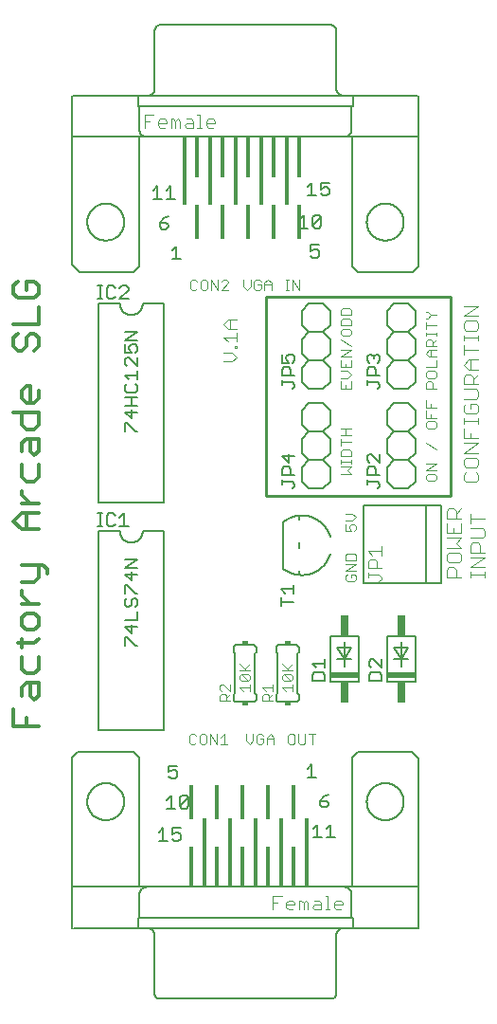
<source format=gto>
G75*
%MOIN*%
%OFA0B0*%
%FSLAX25Y25*%
%IPPOS*%
%LPD*%
%AMOC8*
5,1,8,0,0,1.08239X$1,22.5*
%
%ADD10C,0.01200*%
%ADD11C,0.00400*%
%ADD12C,0.00300*%
%ADD13C,0.01000*%
%ADD14C,0.00600*%
%ADD15C,0.00500*%
%ADD16R,0.01575X0.24016*%
%ADD17R,0.01575X0.14173*%
%ADD18R,0.01575X0.12205*%
%ADD19R,0.10000X0.02000*%
%ADD20R,0.03000X0.07500*%
%ADD21R,0.02000X0.01500*%
D10*
X0025332Y0097230D02*
X0025332Y0103102D01*
X0029736Y0100166D02*
X0029736Y0097230D01*
X0034140Y0097230D02*
X0025332Y0097230D01*
X0028268Y0107906D02*
X0028268Y0110842D01*
X0029736Y0112310D01*
X0034140Y0112310D01*
X0034140Y0107906D01*
X0032672Y0106438D01*
X0031204Y0107906D01*
X0031204Y0112310D01*
X0029736Y0115646D02*
X0032672Y0115646D01*
X0034140Y0117114D01*
X0034140Y0121518D01*
X0032672Y0126322D02*
X0034140Y0127790D01*
X0032672Y0126322D02*
X0026800Y0126322D01*
X0028268Y0124854D02*
X0028268Y0127790D01*
X0029736Y0130993D02*
X0032672Y0130993D01*
X0034140Y0132460D01*
X0034140Y0135396D01*
X0032672Y0136864D01*
X0029736Y0136864D01*
X0028268Y0135396D01*
X0028268Y0132460D01*
X0029736Y0130993D01*
X0031204Y0140200D02*
X0028268Y0143136D01*
X0028268Y0144604D01*
X0028268Y0147874D02*
X0032672Y0147874D01*
X0034140Y0149342D01*
X0034140Y0153745D01*
X0035608Y0153745D02*
X0037075Y0152277D01*
X0037075Y0150809D01*
X0035608Y0153745D02*
X0028268Y0153745D01*
X0028268Y0166289D02*
X0025332Y0169225D01*
X0028268Y0172161D01*
X0034140Y0172161D01*
X0034140Y0175497D02*
X0028268Y0175497D01*
X0031204Y0175497D02*
X0028268Y0178433D01*
X0028268Y0179901D01*
X0029736Y0183170D02*
X0032672Y0183170D01*
X0034140Y0184638D01*
X0034140Y0189042D01*
X0032672Y0192378D02*
X0031204Y0193846D01*
X0031204Y0198250D01*
X0029736Y0198250D02*
X0028268Y0196782D01*
X0028268Y0193846D01*
X0028268Y0189042D02*
X0028268Y0184638D01*
X0029736Y0183170D01*
X0032672Y0192378D02*
X0034140Y0193846D01*
X0034140Y0198250D01*
X0029736Y0198250D01*
X0029736Y0201586D02*
X0028268Y0203054D01*
X0028268Y0207458D01*
X0029736Y0210794D02*
X0028268Y0212262D01*
X0028268Y0215198D01*
X0029736Y0216666D01*
X0031204Y0216666D01*
X0031204Y0210794D01*
X0032672Y0210794D02*
X0034140Y0212262D01*
X0034140Y0215198D01*
X0032672Y0210794D02*
X0029736Y0210794D01*
X0034140Y0207458D02*
X0034140Y0203054D01*
X0032672Y0201586D01*
X0029736Y0201586D01*
X0025332Y0207458D02*
X0034140Y0207458D01*
X0032672Y0229210D02*
X0034140Y0230678D01*
X0034140Y0233613D01*
X0032672Y0235081D01*
X0031204Y0235081D01*
X0029736Y0233613D01*
X0029736Y0230678D01*
X0028268Y0229210D01*
X0026800Y0229210D01*
X0025332Y0230678D01*
X0025332Y0233613D01*
X0026800Y0235081D01*
X0025332Y0238418D02*
X0034140Y0238418D01*
X0034140Y0244289D01*
X0032672Y0247625D02*
X0034140Y0249093D01*
X0034140Y0252029D01*
X0032672Y0253497D01*
X0029736Y0253497D01*
X0029736Y0250561D01*
X0026800Y0247625D02*
X0032672Y0247625D01*
X0026800Y0247625D02*
X0025332Y0249093D01*
X0025332Y0252029D01*
X0026800Y0253497D01*
X0029736Y0172161D02*
X0029736Y0166289D01*
X0028268Y0166289D02*
X0034140Y0166289D01*
X0034140Y0140200D02*
X0028268Y0140200D01*
X0028268Y0121518D02*
X0028268Y0117114D01*
X0029736Y0115646D01*
D11*
X0087200Y0093821D02*
X0087200Y0091419D01*
X0087800Y0090819D01*
X0089001Y0090819D01*
X0089602Y0091419D01*
X0090883Y0091419D02*
X0090883Y0093821D01*
X0091483Y0094422D01*
X0092684Y0094422D01*
X0093285Y0093821D01*
X0093285Y0091419D01*
X0092684Y0090819D01*
X0091483Y0090819D01*
X0090883Y0091419D01*
X0089602Y0093821D02*
X0089001Y0094422D01*
X0087800Y0094422D01*
X0087200Y0093821D01*
X0094566Y0094422D02*
X0094566Y0090819D01*
X0096968Y0090819D02*
X0094566Y0094422D01*
X0096968Y0094422D02*
X0096968Y0090819D01*
X0098249Y0090819D02*
X0100651Y0090819D01*
X0099450Y0090819D02*
X0099450Y0094422D01*
X0098249Y0093221D01*
X0097997Y0105948D02*
X0097997Y0107699D01*
X0098581Y0108283D01*
X0099749Y0108283D01*
X0100332Y0107699D01*
X0100332Y0105948D01*
X0100332Y0107116D02*
X0101500Y0108283D01*
X0101500Y0109539D02*
X0099165Y0111874D01*
X0098581Y0111874D01*
X0097997Y0111291D01*
X0097997Y0110123D01*
X0098581Y0109539D01*
X0101500Y0109539D02*
X0101500Y0111874D01*
X0101500Y0105948D02*
X0097997Y0105948D01*
X0104997Y0110716D02*
X0108500Y0110716D01*
X0108500Y0111883D02*
X0108500Y0109548D01*
X0106165Y0109548D02*
X0104997Y0110716D01*
X0105581Y0113139D02*
X0104997Y0113723D01*
X0104997Y0114891D01*
X0105581Y0115474D01*
X0107916Y0113139D01*
X0108500Y0113723D01*
X0108500Y0114891D01*
X0107916Y0115474D01*
X0105581Y0115474D01*
X0104997Y0116730D02*
X0108500Y0116730D01*
X0107332Y0116730D02*
X0104997Y0119065D01*
X0106749Y0117314D02*
X0108500Y0119065D01*
X0107916Y0113139D02*
X0105581Y0113139D01*
X0112997Y0110707D02*
X0116500Y0110707D01*
X0116500Y0111874D02*
X0116500Y0109539D01*
X0116500Y0108283D02*
X0115332Y0107116D01*
X0115332Y0107699D02*
X0115332Y0105948D01*
X0116500Y0105948D02*
X0112997Y0105948D01*
X0112997Y0107699D01*
X0113581Y0108283D01*
X0114749Y0108283D01*
X0115332Y0107699D01*
X0114165Y0109539D02*
X0112997Y0110707D01*
X0119997Y0110716D02*
X0123500Y0110716D01*
X0123500Y0111883D02*
X0123500Y0109548D01*
X0121165Y0109548D02*
X0119997Y0110716D01*
X0120581Y0113139D02*
X0119997Y0113723D01*
X0119997Y0114891D01*
X0120581Y0115474D01*
X0122916Y0113139D01*
X0123500Y0113723D01*
X0123500Y0114891D01*
X0122916Y0115474D01*
X0120581Y0115474D01*
X0119997Y0116730D02*
X0123500Y0116730D01*
X0122332Y0116730D02*
X0119997Y0119065D01*
X0121749Y0117314D02*
X0123500Y0119065D01*
X0122916Y0113139D02*
X0120581Y0113139D01*
X0122533Y0094422D02*
X0121932Y0093821D01*
X0121932Y0091419D01*
X0122533Y0090819D01*
X0123734Y0090819D01*
X0124334Y0091419D01*
X0124334Y0093821D01*
X0123734Y0094422D01*
X0122533Y0094422D01*
X0125616Y0094422D02*
X0125616Y0091419D01*
X0126216Y0090819D01*
X0127417Y0090819D01*
X0128018Y0091419D01*
X0128018Y0094422D01*
X0129299Y0094422D02*
X0131701Y0094422D01*
X0130500Y0094422D02*
X0130500Y0090819D01*
X0116968Y0090819D02*
X0116968Y0093221D01*
X0115767Y0094422D01*
X0114566Y0093221D01*
X0114566Y0090819D01*
X0113285Y0091419D02*
X0113285Y0092620D01*
X0112084Y0092620D01*
X0113285Y0091419D02*
X0112684Y0090819D01*
X0111483Y0090819D01*
X0110883Y0091419D01*
X0110883Y0093821D01*
X0111483Y0094422D01*
X0112684Y0094422D01*
X0113285Y0093821D01*
X0114566Y0092620D02*
X0116968Y0092620D01*
X0109602Y0092020D02*
X0109602Y0094422D01*
X0109602Y0092020D02*
X0108401Y0090819D01*
X0107200Y0092020D01*
X0107200Y0094422D01*
X0116700Y0037423D02*
X0119769Y0037423D01*
X0118234Y0035121D02*
X0116700Y0035121D01*
X0116700Y0032819D02*
X0116700Y0037423D01*
X0121304Y0035121D02*
X0122071Y0035888D01*
X0123606Y0035888D01*
X0124373Y0035121D01*
X0124373Y0034354D01*
X0121304Y0034354D01*
X0121304Y0035121D02*
X0121304Y0033586D01*
X0122071Y0032819D01*
X0123606Y0032819D01*
X0125908Y0032819D02*
X0125908Y0035888D01*
X0126675Y0035888D01*
X0127442Y0035121D01*
X0128210Y0035888D01*
X0128977Y0035121D01*
X0128977Y0032819D01*
X0127442Y0032819D02*
X0127442Y0035121D01*
X0130512Y0033586D02*
X0131279Y0034354D01*
X0133581Y0034354D01*
X0133581Y0035121D02*
X0133581Y0032819D01*
X0131279Y0032819D01*
X0130512Y0033586D01*
X0131279Y0035888D02*
X0132814Y0035888D01*
X0133581Y0035121D01*
X0135116Y0037423D02*
X0135883Y0037423D01*
X0135883Y0032819D01*
X0135116Y0032819D02*
X0136650Y0032819D01*
X0138185Y0033586D02*
X0138185Y0035121D01*
X0138952Y0035888D01*
X0140487Y0035888D01*
X0141254Y0035121D01*
X0141254Y0034354D01*
X0138185Y0034354D01*
X0138185Y0033586D02*
X0138952Y0032819D01*
X0140487Y0032819D01*
X0154015Y0148023D02*
X0154782Y0148791D01*
X0154782Y0149558D01*
X0154015Y0150325D01*
X0150178Y0150325D01*
X0150178Y0149558D02*
X0150178Y0151093D01*
X0150178Y0152627D02*
X0150178Y0154929D01*
X0150945Y0155697D01*
X0152480Y0155697D01*
X0153247Y0154929D01*
X0153247Y0152627D01*
X0154782Y0152627D02*
X0150178Y0152627D01*
X0151713Y0157231D02*
X0150178Y0158766D01*
X0154782Y0158766D01*
X0154782Y0157231D02*
X0154782Y0160301D01*
X0177783Y0159846D02*
X0182988Y0159846D01*
X0181253Y0161580D01*
X0182988Y0163315D01*
X0177783Y0163315D01*
X0177783Y0165002D02*
X0182988Y0165002D01*
X0182988Y0168472D01*
X0182988Y0170158D02*
X0177783Y0170158D01*
X0177783Y0172761D01*
X0178651Y0173628D01*
X0180386Y0173628D01*
X0181253Y0172761D01*
X0181253Y0170158D01*
X0181253Y0171893D02*
X0182988Y0173628D01*
X0186183Y0171909D02*
X0186183Y0168440D01*
X0186183Y0166753D02*
X0190520Y0166753D01*
X0191388Y0165885D01*
X0191388Y0164151D01*
X0190520Y0163283D01*
X0186183Y0163283D01*
X0187051Y0161596D02*
X0188786Y0161596D01*
X0189653Y0160729D01*
X0189653Y0158127D01*
X0191388Y0158127D02*
X0186183Y0158127D01*
X0186183Y0160729D01*
X0187051Y0161596D01*
X0186183Y0156440D02*
X0191388Y0156440D01*
X0186183Y0152970D01*
X0191388Y0152970D01*
X0191388Y0151268D02*
X0191388Y0149533D01*
X0191388Y0150400D02*
X0186183Y0150400D01*
X0186183Y0149533D02*
X0186183Y0151268D01*
X0182988Y0149533D02*
X0177783Y0149533D01*
X0177783Y0152135D01*
X0178651Y0153002D01*
X0180386Y0153002D01*
X0181253Y0152135D01*
X0181253Y0149533D01*
X0182120Y0154689D02*
X0178651Y0154689D01*
X0177783Y0155557D01*
X0177783Y0157291D01*
X0178651Y0158159D01*
X0182120Y0158159D01*
X0182988Y0157291D01*
X0182988Y0155557D01*
X0182120Y0154689D01*
X0180386Y0165002D02*
X0180386Y0166737D01*
X0177783Y0168472D02*
X0177783Y0165002D01*
X0186183Y0170174D02*
X0191388Y0170174D01*
X0188094Y0182930D02*
X0184625Y0182930D01*
X0183757Y0183797D01*
X0183757Y0185532D01*
X0184625Y0186399D01*
X0184625Y0188086D02*
X0188094Y0188086D01*
X0188962Y0188953D01*
X0188962Y0190688D01*
X0188094Y0191556D01*
X0184625Y0191556D01*
X0183757Y0190688D01*
X0183757Y0188953D01*
X0184625Y0188086D01*
X0183757Y0193242D02*
X0188962Y0196712D01*
X0183757Y0196712D01*
X0183757Y0198399D02*
X0183757Y0201868D01*
X0183757Y0203555D02*
X0183757Y0205290D01*
X0183757Y0204422D02*
X0188962Y0204422D01*
X0188962Y0203555D02*
X0188962Y0205290D01*
X0188094Y0206993D02*
X0188962Y0207860D01*
X0188962Y0209595D01*
X0188094Y0210462D01*
X0186360Y0210462D01*
X0186360Y0208727D01*
X0184625Y0206993D02*
X0188094Y0206993D01*
X0184625Y0206993D02*
X0183757Y0207860D01*
X0183757Y0209595D01*
X0184625Y0210462D01*
X0183757Y0212149D02*
X0188094Y0212149D01*
X0188962Y0213016D01*
X0188962Y0214751D01*
X0188094Y0215619D01*
X0183757Y0215619D01*
X0183757Y0217305D02*
X0183757Y0219908D01*
X0184625Y0220775D01*
X0186360Y0220775D01*
X0187227Y0219908D01*
X0187227Y0217305D01*
X0188962Y0217305D02*
X0183757Y0217305D01*
X0187227Y0219040D02*
X0188962Y0220775D01*
X0188962Y0222462D02*
X0185492Y0222462D01*
X0183757Y0224197D01*
X0185492Y0225932D01*
X0188962Y0225932D01*
X0186360Y0225932D02*
X0186360Y0222462D01*
X0183757Y0227618D02*
X0183757Y0231088D01*
X0183757Y0232775D02*
X0183757Y0234509D01*
X0183757Y0233642D02*
X0188962Y0233642D01*
X0188962Y0232775D02*
X0188962Y0234509D01*
X0188094Y0236212D02*
X0188962Y0237080D01*
X0188962Y0238814D01*
X0188094Y0239682D01*
X0184625Y0239682D01*
X0183757Y0238814D01*
X0183757Y0237080D01*
X0184625Y0236212D01*
X0188094Y0236212D01*
X0188962Y0241369D02*
X0183757Y0241369D01*
X0188962Y0244838D01*
X0183757Y0244838D01*
X0183757Y0229353D02*
X0188962Y0229353D01*
X0186360Y0200134D02*
X0186360Y0198399D01*
X0188962Y0198399D02*
X0183757Y0198399D01*
X0183757Y0193242D02*
X0188962Y0193242D01*
X0188094Y0186399D02*
X0188962Y0185532D01*
X0188962Y0183797D01*
X0188094Y0182930D01*
X0125919Y0250584D02*
X0125919Y0254187D01*
X0123517Y0254187D02*
X0123517Y0250584D01*
X0122262Y0250584D02*
X0121061Y0250584D01*
X0121662Y0250584D02*
X0121662Y0254187D01*
X0122262Y0254187D02*
X0121061Y0254187D01*
X0123517Y0254187D02*
X0125919Y0250584D01*
X0116097Y0250584D02*
X0116097Y0252986D01*
X0114896Y0254187D01*
X0113695Y0252986D01*
X0113695Y0250584D01*
X0112414Y0251184D02*
X0112414Y0252385D01*
X0111213Y0252385D01*
X0112414Y0251184D02*
X0111813Y0250584D01*
X0110612Y0250584D01*
X0110012Y0251184D01*
X0110012Y0253586D01*
X0110612Y0254187D01*
X0111813Y0254187D01*
X0112414Y0253586D01*
X0113695Y0252385D02*
X0116097Y0252385D01*
X0108731Y0251785D02*
X0108731Y0254187D01*
X0108731Y0251785D02*
X0107530Y0250584D01*
X0106329Y0251785D01*
X0106329Y0254187D01*
X0100919Y0253586D02*
X0100318Y0254187D01*
X0099117Y0254187D01*
X0098517Y0253586D01*
X0097236Y0254187D02*
X0097236Y0250584D01*
X0094833Y0254187D01*
X0094833Y0250584D01*
X0093552Y0251184D02*
X0093552Y0253586D01*
X0092952Y0254187D01*
X0091751Y0254187D01*
X0091150Y0253586D01*
X0091150Y0251184D01*
X0091751Y0250584D01*
X0092952Y0250584D01*
X0093552Y0251184D01*
X0089869Y0251184D02*
X0089269Y0250584D01*
X0088068Y0250584D01*
X0087467Y0251184D01*
X0087467Y0253586D01*
X0088068Y0254187D01*
X0089269Y0254187D01*
X0089869Y0253586D01*
X0098517Y0250584D02*
X0100919Y0252986D01*
X0100919Y0253586D01*
X0100919Y0250584D02*
X0098517Y0250584D01*
X0100857Y0239940D02*
X0103926Y0239940D01*
X0101624Y0239940D02*
X0101624Y0236870D01*
X0100857Y0236870D02*
X0099322Y0238405D01*
X0100857Y0239940D01*
X0100857Y0236870D02*
X0103926Y0236870D01*
X0103926Y0235336D02*
X0103926Y0232266D01*
X0103926Y0230732D02*
X0103926Y0229964D01*
X0103159Y0229964D01*
X0103159Y0230732D01*
X0103926Y0230732D01*
X0102391Y0228430D02*
X0099322Y0228430D01*
X0102391Y0228430D02*
X0103926Y0226895D01*
X0102391Y0225360D01*
X0099322Y0225360D01*
X0100857Y0232266D02*
X0099322Y0233801D01*
X0103926Y0233801D01*
X0095398Y0307584D02*
X0093863Y0307584D01*
X0093096Y0308351D01*
X0093096Y0309886D01*
X0093863Y0310653D01*
X0095398Y0310653D01*
X0096165Y0309886D01*
X0096165Y0309118D01*
X0093096Y0309118D01*
X0091561Y0307584D02*
X0090027Y0307584D01*
X0090794Y0307584D02*
X0090794Y0312188D01*
X0090027Y0312188D01*
X0088492Y0309886D02*
X0088492Y0307584D01*
X0086190Y0307584D01*
X0085423Y0308351D01*
X0086190Y0309118D01*
X0088492Y0309118D01*
X0088492Y0309886D02*
X0087725Y0310653D01*
X0086190Y0310653D01*
X0083888Y0309886D02*
X0083888Y0307584D01*
X0082353Y0307584D02*
X0082353Y0309886D01*
X0083121Y0310653D01*
X0083888Y0309886D01*
X0082353Y0309886D02*
X0081586Y0310653D01*
X0080819Y0310653D01*
X0080819Y0307584D01*
X0079284Y0309118D02*
X0076215Y0309118D01*
X0076215Y0308351D02*
X0076215Y0309886D01*
X0076982Y0310653D01*
X0078517Y0310653D01*
X0079284Y0309886D01*
X0079284Y0309118D01*
X0078517Y0307584D02*
X0076982Y0307584D01*
X0076215Y0308351D01*
X0073145Y0309886D02*
X0071611Y0309886D01*
X0071611Y0307584D02*
X0071611Y0312188D01*
X0074680Y0312188D01*
D12*
X0141064Y0244149D02*
X0140447Y0243532D01*
X0140447Y0241680D01*
X0144150Y0241680D01*
X0144150Y0243532D01*
X0143533Y0244149D01*
X0141064Y0244149D01*
X0141064Y0240466D02*
X0140447Y0239848D01*
X0140447Y0237997D01*
X0144150Y0237997D01*
X0144150Y0239848D01*
X0143533Y0240466D01*
X0141064Y0240466D01*
X0141064Y0236782D02*
X0140447Y0236165D01*
X0140447Y0234931D01*
X0141064Y0234314D01*
X0143533Y0234314D01*
X0144150Y0234931D01*
X0144150Y0236165D01*
X0143533Y0236782D01*
X0141064Y0236782D01*
X0140447Y0233099D02*
X0144150Y0230631D01*
X0144150Y0229416D02*
X0140447Y0229416D01*
X0140447Y0226947D02*
X0144150Y0229416D01*
X0144150Y0226947D02*
X0140447Y0226947D01*
X0140447Y0225733D02*
X0140447Y0223264D01*
X0144150Y0223264D01*
X0144150Y0225733D01*
X0142298Y0224499D02*
X0142298Y0223264D01*
X0142916Y0222050D02*
X0140447Y0222050D01*
X0142916Y0222050D02*
X0144150Y0220816D01*
X0142916Y0219581D01*
X0140447Y0219581D01*
X0140447Y0218367D02*
X0140447Y0215898D01*
X0144150Y0215898D01*
X0144150Y0218367D01*
X0142298Y0217132D02*
X0142298Y0215898D01*
X0142298Y0201872D02*
X0142298Y0199403D01*
X0140447Y0199403D02*
X0144150Y0199403D01*
X0144150Y0196954D02*
X0140447Y0196954D01*
X0140447Y0195720D02*
X0140447Y0198188D01*
X0140447Y0201872D02*
X0144150Y0201872D01*
X0143533Y0194505D02*
X0141064Y0194505D01*
X0140447Y0193888D01*
X0140447Y0192037D01*
X0144150Y0192037D01*
X0144150Y0193888D01*
X0143533Y0194505D01*
X0144150Y0190816D02*
X0144150Y0189581D01*
X0144150Y0190198D02*
X0140447Y0190198D01*
X0140447Y0189581D02*
X0140447Y0190816D01*
X0140447Y0188367D02*
X0144150Y0188367D01*
X0142916Y0187132D01*
X0144150Y0185898D01*
X0140447Y0185898D01*
X0142242Y0171829D02*
X0144711Y0171829D01*
X0145945Y0170595D01*
X0144711Y0169361D01*
X0142242Y0169361D01*
X0142242Y0168146D02*
X0142242Y0165678D01*
X0144094Y0165678D01*
X0143476Y0166912D01*
X0143476Y0167529D01*
X0144094Y0168146D01*
X0145328Y0168146D01*
X0145945Y0167529D01*
X0145945Y0166295D01*
X0145328Y0165678D01*
X0145380Y0157917D02*
X0142911Y0157917D01*
X0142294Y0157300D01*
X0142294Y0155448D01*
X0145997Y0155448D01*
X0145997Y0157300D01*
X0145380Y0157917D01*
X0145997Y0154234D02*
X0142294Y0154234D01*
X0142294Y0151765D02*
X0145997Y0154234D01*
X0145997Y0151765D02*
X0142294Y0151765D01*
X0142911Y0150551D02*
X0142294Y0149934D01*
X0142294Y0148699D01*
X0142911Y0148082D01*
X0145380Y0148082D01*
X0145997Y0148699D01*
X0145997Y0149934D01*
X0145380Y0150551D01*
X0144145Y0150551D01*
X0144145Y0149316D01*
X0171064Y0183398D02*
X0170447Y0184015D01*
X0170447Y0185250D01*
X0171064Y0185867D01*
X0173533Y0185867D01*
X0174150Y0185250D01*
X0174150Y0184015D01*
X0173533Y0183398D01*
X0171064Y0183398D01*
X0170447Y0187081D02*
X0174150Y0189550D01*
X0170447Y0189550D01*
X0170447Y0187081D02*
X0174150Y0187081D01*
X0174150Y0194447D02*
X0170447Y0196916D01*
X0171064Y0201814D02*
X0170447Y0202431D01*
X0170447Y0203665D01*
X0171064Y0204282D01*
X0173533Y0204282D01*
X0174150Y0203665D01*
X0174150Y0202431D01*
X0173533Y0201814D01*
X0171064Y0201814D01*
X0170447Y0205497D02*
X0170447Y0207966D01*
X0170447Y0209180D02*
X0170447Y0211649D01*
X0172298Y0210414D02*
X0172298Y0209180D01*
X0170447Y0209180D02*
X0174150Y0209180D01*
X0172298Y0206731D02*
X0172298Y0205497D01*
X0170447Y0205497D02*
X0174150Y0205497D01*
X0174150Y0215898D02*
X0170447Y0215898D01*
X0170447Y0217750D01*
X0171064Y0218367D01*
X0172298Y0218367D01*
X0172916Y0217750D01*
X0172916Y0215898D01*
X0173533Y0219581D02*
X0171064Y0219581D01*
X0170447Y0220198D01*
X0170447Y0221433D01*
X0171064Y0222050D01*
X0173533Y0222050D01*
X0174150Y0221433D01*
X0174150Y0220198D01*
X0173533Y0219581D01*
X0174150Y0223264D02*
X0174150Y0225733D01*
X0174150Y0226947D02*
X0171681Y0226947D01*
X0170447Y0228182D01*
X0171681Y0229416D01*
X0174150Y0229416D01*
X0174150Y0230631D02*
X0170447Y0230631D01*
X0170447Y0232482D01*
X0171064Y0233099D01*
X0172298Y0233099D01*
X0172916Y0232482D01*
X0172916Y0230631D01*
X0172916Y0231865D02*
X0174150Y0233099D01*
X0174150Y0234314D02*
X0174150Y0235548D01*
X0174150Y0234931D02*
X0170447Y0234931D01*
X0170447Y0234314D02*
X0170447Y0235548D01*
X0170447Y0236769D02*
X0170447Y0239238D01*
X0170447Y0240452D02*
X0171064Y0240452D01*
X0172298Y0241687D01*
X0174150Y0241687D01*
X0172298Y0241687D02*
X0171064Y0242921D01*
X0170447Y0242921D01*
X0170447Y0238004D02*
X0174150Y0238004D01*
X0172298Y0229416D02*
X0172298Y0226947D01*
X0170447Y0223264D02*
X0174150Y0223264D01*
D13*
X0179300Y0248248D02*
X0179300Y0178248D01*
X0114300Y0178248D01*
X0114300Y0248248D01*
X0179300Y0248248D01*
D14*
X0046000Y0040619D02*
X0046000Y0026225D01*
X0046449Y0026154D02*
X0167929Y0026154D01*
X0168000Y0026225D02*
X0168000Y0085619D01*
X0165500Y0088119D01*
X0146500Y0088119D01*
X0144500Y0086119D01*
X0144500Y0040619D01*
X0144350Y0038119D02*
X0144350Y0029800D01*
X0069649Y0029800D01*
X0069149Y0029800D01*
X0069149Y0026225D01*
X0069649Y0029800D02*
X0069649Y0038119D01*
X0069651Y0038217D01*
X0069657Y0038315D01*
X0069666Y0038413D01*
X0069680Y0038510D01*
X0069697Y0038607D01*
X0069718Y0038703D01*
X0069743Y0038798D01*
X0069771Y0038892D01*
X0069804Y0038984D01*
X0069839Y0039076D01*
X0069879Y0039166D01*
X0069921Y0039254D01*
X0069968Y0039341D01*
X0070017Y0039425D01*
X0070070Y0039508D01*
X0070126Y0039588D01*
X0070186Y0039667D01*
X0070248Y0039743D01*
X0070313Y0039816D01*
X0070381Y0039887D01*
X0070452Y0039955D01*
X0070525Y0040020D01*
X0070601Y0040082D01*
X0070680Y0040142D01*
X0070760Y0040198D01*
X0070843Y0040251D01*
X0070927Y0040300D01*
X0071014Y0040347D01*
X0071102Y0040389D01*
X0071192Y0040429D01*
X0071284Y0040464D01*
X0071376Y0040497D01*
X0071470Y0040525D01*
X0071565Y0040550D01*
X0071661Y0040571D01*
X0071758Y0040588D01*
X0071855Y0040602D01*
X0071953Y0040611D01*
X0072051Y0040617D01*
X0072149Y0040619D01*
X0069500Y0040619D02*
X0069500Y0086119D01*
X0067500Y0088119D01*
X0048000Y0088119D01*
X0046000Y0086119D01*
X0046000Y0040619D01*
X0167925Y0040619D01*
X0149712Y0070619D02*
X0149714Y0070780D01*
X0149720Y0070940D01*
X0149730Y0071101D01*
X0149744Y0071261D01*
X0149762Y0071421D01*
X0149783Y0071580D01*
X0149809Y0071739D01*
X0149839Y0071897D01*
X0149872Y0072054D01*
X0149910Y0072211D01*
X0149951Y0072366D01*
X0149996Y0072520D01*
X0150045Y0072673D01*
X0150098Y0072825D01*
X0150154Y0072976D01*
X0150215Y0073125D01*
X0150278Y0073273D01*
X0150346Y0073419D01*
X0150417Y0073563D01*
X0150491Y0073705D01*
X0150569Y0073846D01*
X0150651Y0073984D01*
X0150736Y0074121D01*
X0150824Y0074255D01*
X0150916Y0074387D01*
X0151011Y0074517D01*
X0151109Y0074645D01*
X0151210Y0074770D01*
X0151314Y0074892D01*
X0151421Y0075012D01*
X0151531Y0075129D01*
X0151644Y0075244D01*
X0151760Y0075355D01*
X0151879Y0075464D01*
X0152000Y0075569D01*
X0152124Y0075672D01*
X0152250Y0075772D01*
X0152378Y0075868D01*
X0152509Y0075961D01*
X0152643Y0076051D01*
X0152778Y0076138D01*
X0152916Y0076221D01*
X0153055Y0076301D01*
X0153197Y0076377D01*
X0153340Y0076450D01*
X0153485Y0076519D01*
X0153632Y0076585D01*
X0153780Y0076647D01*
X0153930Y0076705D01*
X0154081Y0076760D01*
X0154234Y0076811D01*
X0154388Y0076858D01*
X0154543Y0076901D01*
X0154699Y0076940D01*
X0154855Y0076976D01*
X0155013Y0077007D01*
X0155171Y0077035D01*
X0155330Y0077059D01*
X0155490Y0077079D01*
X0155650Y0077095D01*
X0155810Y0077107D01*
X0155971Y0077115D01*
X0156132Y0077119D01*
X0156292Y0077119D01*
X0156453Y0077115D01*
X0156614Y0077107D01*
X0156774Y0077095D01*
X0156934Y0077079D01*
X0157094Y0077059D01*
X0157253Y0077035D01*
X0157411Y0077007D01*
X0157569Y0076976D01*
X0157725Y0076940D01*
X0157881Y0076901D01*
X0158036Y0076858D01*
X0158190Y0076811D01*
X0158343Y0076760D01*
X0158494Y0076705D01*
X0158644Y0076647D01*
X0158792Y0076585D01*
X0158939Y0076519D01*
X0159084Y0076450D01*
X0159227Y0076377D01*
X0159369Y0076301D01*
X0159508Y0076221D01*
X0159646Y0076138D01*
X0159781Y0076051D01*
X0159915Y0075961D01*
X0160046Y0075868D01*
X0160174Y0075772D01*
X0160300Y0075672D01*
X0160424Y0075569D01*
X0160545Y0075464D01*
X0160664Y0075355D01*
X0160780Y0075244D01*
X0160893Y0075129D01*
X0161003Y0075012D01*
X0161110Y0074892D01*
X0161214Y0074770D01*
X0161315Y0074645D01*
X0161413Y0074517D01*
X0161508Y0074387D01*
X0161600Y0074255D01*
X0161688Y0074121D01*
X0161773Y0073984D01*
X0161855Y0073846D01*
X0161933Y0073705D01*
X0162007Y0073563D01*
X0162078Y0073419D01*
X0162146Y0073273D01*
X0162209Y0073125D01*
X0162270Y0072976D01*
X0162326Y0072825D01*
X0162379Y0072673D01*
X0162428Y0072520D01*
X0162473Y0072366D01*
X0162514Y0072211D01*
X0162552Y0072054D01*
X0162585Y0071897D01*
X0162615Y0071739D01*
X0162641Y0071580D01*
X0162662Y0071421D01*
X0162680Y0071261D01*
X0162694Y0071101D01*
X0162704Y0070940D01*
X0162710Y0070780D01*
X0162712Y0070619D01*
X0162710Y0070458D01*
X0162704Y0070298D01*
X0162694Y0070137D01*
X0162680Y0069977D01*
X0162662Y0069817D01*
X0162641Y0069658D01*
X0162615Y0069499D01*
X0162585Y0069341D01*
X0162552Y0069184D01*
X0162514Y0069027D01*
X0162473Y0068872D01*
X0162428Y0068718D01*
X0162379Y0068565D01*
X0162326Y0068413D01*
X0162270Y0068262D01*
X0162209Y0068113D01*
X0162146Y0067965D01*
X0162078Y0067819D01*
X0162007Y0067675D01*
X0161933Y0067533D01*
X0161855Y0067392D01*
X0161773Y0067254D01*
X0161688Y0067117D01*
X0161600Y0066983D01*
X0161508Y0066851D01*
X0161413Y0066721D01*
X0161315Y0066593D01*
X0161214Y0066468D01*
X0161110Y0066346D01*
X0161003Y0066226D01*
X0160893Y0066109D01*
X0160780Y0065994D01*
X0160664Y0065883D01*
X0160545Y0065774D01*
X0160424Y0065669D01*
X0160300Y0065566D01*
X0160174Y0065466D01*
X0160046Y0065370D01*
X0159915Y0065277D01*
X0159781Y0065187D01*
X0159646Y0065100D01*
X0159508Y0065017D01*
X0159369Y0064937D01*
X0159227Y0064861D01*
X0159084Y0064788D01*
X0158939Y0064719D01*
X0158792Y0064653D01*
X0158644Y0064591D01*
X0158494Y0064533D01*
X0158343Y0064478D01*
X0158190Y0064427D01*
X0158036Y0064380D01*
X0157881Y0064337D01*
X0157725Y0064298D01*
X0157569Y0064262D01*
X0157411Y0064231D01*
X0157253Y0064203D01*
X0157094Y0064179D01*
X0156934Y0064159D01*
X0156774Y0064143D01*
X0156614Y0064131D01*
X0156453Y0064123D01*
X0156292Y0064119D01*
X0156132Y0064119D01*
X0155971Y0064123D01*
X0155810Y0064131D01*
X0155650Y0064143D01*
X0155490Y0064159D01*
X0155330Y0064179D01*
X0155171Y0064203D01*
X0155013Y0064231D01*
X0154855Y0064262D01*
X0154699Y0064298D01*
X0154543Y0064337D01*
X0154388Y0064380D01*
X0154234Y0064427D01*
X0154081Y0064478D01*
X0153930Y0064533D01*
X0153780Y0064591D01*
X0153632Y0064653D01*
X0153485Y0064719D01*
X0153340Y0064788D01*
X0153197Y0064861D01*
X0153055Y0064937D01*
X0152916Y0065017D01*
X0152778Y0065100D01*
X0152643Y0065187D01*
X0152509Y0065277D01*
X0152378Y0065370D01*
X0152250Y0065466D01*
X0152124Y0065566D01*
X0152000Y0065669D01*
X0151879Y0065774D01*
X0151760Y0065883D01*
X0151644Y0065994D01*
X0151531Y0066109D01*
X0151421Y0066226D01*
X0151314Y0066346D01*
X0151210Y0066468D01*
X0151109Y0066593D01*
X0151011Y0066721D01*
X0150916Y0066851D01*
X0150824Y0066983D01*
X0150736Y0067117D01*
X0150651Y0067254D01*
X0150569Y0067392D01*
X0150491Y0067533D01*
X0150417Y0067675D01*
X0150346Y0067819D01*
X0150278Y0067965D01*
X0150215Y0068113D01*
X0150154Y0068262D01*
X0150098Y0068413D01*
X0150045Y0068565D01*
X0149996Y0068718D01*
X0149951Y0068872D01*
X0149910Y0069027D01*
X0149872Y0069184D01*
X0149839Y0069341D01*
X0149809Y0069499D01*
X0149783Y0069658D01*
X0149762Y0069817D01*
X0149744Y0069977D01*
X0149730Y0070137D01*
X0149720Y0070298D01*
X0149714Y0070458D01*
X0149712Y0070619D01*
X0141850Y0040619D02*
X0141948Y0040617D01*
X0142046Y0040611D01*
X0142144Y0040602D01*
X0142241Y0040588D01*
X0142338Y0040571D01*
X0142434Y0040550D01*
X0142529Y0040525D01*
X0142623Y0040497D01*
X0142715Y0040464D01*
X0142807Y0040429D01*
X0142897Y0040389D01*
X0142985Y0040347D01*
X0143072Y0040300D01*
X0143156Y0040251D01*
X0143239Y0040198D01*
X0143319Y0040142D01*
X0143398Y0040082D01*
X0143474Y0040020D01*
X0143547Y0039955D01*
X0143618Y0039887D01*
X0143686Y0039816D01*
X0143751Y0039743D01*
X0143813Y0039667D01*
X0143873Y0039588D01*
X0143929Y0039508D01*
X0143982Y0039425D01*
X0144031Y0039341D01*
X0144078Y0039254D01*
X0144120Y0039166D01*
X0144160Y0039076D01*
X0144195Y0038984D01*
X0144228Y0038892D01*
X0144256Y0038798D01*
X0144281Y0038703D01*
X0144302Y0038607D01*
X0144319Y0038510D01*
X0144333Y0038413D01*
X0144342Y0038315D01*
X0144348Y0038217D01*
X0144350Y0038119D01*
X0144350Y0029800D02*
X0144850Y0029800D01*
X0144850Y0026225D01*
X0141500Y0026194D02*
X0141402Y0026192D01*
X0141304Y0026186D01*
X0141206Y0026177D01*
X0141109Y0026163D01*
X0141012Y0026146D01*
X0140916Y0026125D01*
X0140821Y0026100D01*
X0140727Y0026072D01*
X0140635Y0026039D01*
X0140543Y0026004D01*
X0140453Y0025964D01*
X0140365Y0025922D01*
X0140278Y0025875D01*
X0140194Y0025826D01*
X0140111Y0025773D01*
X0140031Y0025717D01*
X0139952Y0025657D01*
X0139876Y0025595D01*
X0139803Y0025530D01*
X0139732Y0025462D01*
X0139664Y0025391D01*
X0139599Y0025318D01*
X0139537Y0025242D01*
X0139477Y0025163D01*
X0139421Y0025083D01*
X0139368Y0025000D01*
X0139319Y0024916D01*
X0139272Y0024829D01*
X0139230Y0024741D01*
X0139190Y0024651D01*
X0139155Y0024559D01*
X0139122Y0024467D01*
X0139094Y0024373D01*
X0139069Y0024278D01*
X0139048Y0024182D01*
X0139031Y0024085D01*
X0139017Y0023988D01*
X0139008Y0023890D01*
X0139002Y0023792D01*
X0139000Y0023694D01*
X0139000Y0003300D01*
X0138998Y0003213D01*
X0138992Y0003126D01*
X0138983Y0003039D01*
X0138970Y0002953D01*
X0138953Y0002867D01*
X0138932Y0002782D01*
X0138907Y0002699D01*
X0138879Y0002616D01*
X0138848Y0002535D01*
X0138813Y0002455D01*
X0138774Y0002377D01*
X0138732Y0002300D01*
X0138687Y0002225D01*
X0138638Y0002153D01*
X0138587Y0002082D01*
X0138532Y0002014D01*
X0138475Y0001949D01*
X0138414Y0001886D01*
X0138351Y0001825D01*
X0138286Y0001768D01*
X0138218Y0001713D01*
X0138147Y0001662D01*
X0138075Y0001613D01*
X0138000Y0001568D01*
X0137923Y0001526D01*
X0137845Y0001487D01*
X0137765Y0001452D01*
X0137684Y0001421D01*
X0137601Y0001393D01*
X0137518Y0001368D01*
X0137433Y0001347D01*
X0137347Y0001330D01*
X0137261Y0001317D01*
X0137174Y0001308D01*
X0137087Y0001302D01*
X0137000Y0001300D01*
X0077000Y0001300D01*
X0076913Y0001302D01*
X0076826Y0001308D01*
X0076739Y0001317D01*
X0076653Y0001330D01*
X0076567Y0001347D01*
X0076482Y0001368D01*
X0076399Y0001393D01*
X0076316Y0001421D01*
X0076235Y0001452D01*
X0076155Y0001487D01*
X0076077Y0001526D01*
X0076000Y0001568D01*
X0075925Y0001613D01*
X0075853Y0001662D01*
X0075782Y0001713D01*
X0075714Y0001768D01*
X0075649Y0001825D01*
X0075586Y0001886D01*
X0075525Y0001949D01*
X0075468Y0002014D01*
X0075413Y0002082D01*
X0075362Y0002153D01*
X0075313Y0002225D01*
X0075268Y0002300D01*
X0075226Y0002377D01*
X0075187Y0002455D01*
X0075152Y0002535D01*
X0075121Y0002616D01*
X0075093Y0002699D01*
X0075068Y0002782D01*
X0075047Y0002867D01*
X0075030Y0002953D01*
X0075017Y0003039D01*
X0075008Y0003126D01*
X0075002Y0003213D01*
X0075000Y0003300D01*
X0075000Y0023694D01*
X0074998Y0023792D01*
X0074992Y0023890D01*
X0074983Y0023988D01*
X0074969Y0024085D01*
X0074952Y0024182D01*
X0074931Y0024278D01*
X0074906Y0024373D01*
X0074878Y0024467D01*
X0074845Y0024559D01*
X0074810Y0024651D01*
X0074770Y0024741D01*
X0074728Y0024829D01*
X0074681Y0024916D01*
X0074632Y0025000D01*
X0074579Y0025083D01*
X0074523Y0025163D01*
X0074463Y0025242D01*
X0074401Y0025318D01*
X0074336Y0025391D01*
X0074268Y0025462D01*
X0074197Y0025530D01*
X0074124Y0025595D01*
X0074048Y0025657D01*
X0073969Y0025717D01*
X0073889Y0025773D01*
X0073806Y0025826D01*
X0073722Y0025875D01*
X0073635Y0025922D01*
X0073547Y0025964D01*
X0073457Y0026004D01*
X0073365Y0026039D01*
X0073273Y0026072D01*
X0073179Y0026100D01*
X0073084Y0026125D01*
X0072988Y0026146D01*
X0072891Y0026163D01*
X0072794Y0026177D01*
X0072696Y0026186D01*
X0072598Y0026192D01*
X0072500Y0026194D01*
X0051287Y0070619D02*
X0051289Y0070780D01*
X0051295Y0070940D01*
X0051305Y0071101D01*
X0051319Y0071261D01*
X0051337Y0071421D01*
X0051358Y0071580D01*
X0051384Y0071739D01*
X0051414Y0071897D01*
X0051447Y0072054D01*
X0051485Y0072211D01*
X0051526Y0072366D01*
X0051571Y0072520D01*
X0051620Y0072673D01*
X0051673Y0072825D01*
X0051729Y0072976D01*
X0051790Y0073125D01*
X0051853Y0073273D01*
X0051921Y0073419D01*
X0051992Y0073563D01*
X0052066Y0073705D01*
X0052144Y0073846D01*
X0052226Y0073984D01*
X0052311Y0074121D01*
X0052399Y0074255D01*
X0052491Y0074387D01*
X0052586Y0074517D01*
X0052684Y0074645D01*
X0052785Y0074770D01*
X0052889Y0074892D01*
X0052996Y0075012D01*
X0053106Y0075129D01*
X0053219Y0075244D01*
X0053335Y0075355D01*
X0053454Y0075464D01*
X0053575Y0075569D01*
X0053699Y0075672D01*
X0053825Y0075772D01*
X0053953Y0075868D01*
X0054084Y0075961D01*
X0054218Y0076051D01*
X0054353Y0076138D01*
X0054491Y0076221D01*
X0054630Y0076301D01*
X0054772Y0076377D01*
X0054915Y0076450D01*
X0055060Y0076519D01*
X0055207Y0076585D01*
X0055355Y0076647D01*
X0055505Y0076705D01*
X0055656Y0076760D01*
X0055809Y0076811D01*
X0055963Y0076858D01*
X0056118Y0076901D01*
X0056274Y0076940D01*
X0056430Y0076976D01*
X0056588Y0077007D01*
X0056746Y0077035D01*
X0056905Y0077059D01*
X0057065Y0077079D01*
X0057225Y0077095D01*
X0057385Y0077107D01*
X0057546Y0077115D01*
X0057707Y0077119D01*
X0057867Y0077119D01*
X0058028Y0077115D01*
X0058189Y0077107D01*
X0058349Y0077095D01*
X0058509Y0077079D01*
X0058669Y0077059D01*
X0058828Y0077035D01*
X0058986Y0077007D01*
X0059144Y0076976D01*
X0059300Y0076940D01*
X0059456Y0076901D01*
X0059611Y0076858D01*
X0059765Y0076811D01*
X0059918Y0076760D01*
X0060069Y0076705D01*
X0060219Y0076647D01*
X0060367Y0076585D01*
X0060514Y0076519D01*
X0060659Y0076450D01*
X0060802Y0076377D01*
X0060944Y0076301D01*
X0061083Y0076221D01*
X0061221Y0076138D01*
X0061356Y0076051D01*
X0061490Y0075961D01*
X0061621Y0075868D01*
X0061749Y0075772D01*
X0061875Y0075672D01*
X0061999Y0075569D01*
X0062120Y0075464D01*
X0062239Y0075355D01*
X0062355Y0075244D01*
X0062468Y0075129D01*
X0062578Y0075012D01*
X0062685Y0074892D01*
X0062789Y0074770D01*
X0062890Y0074645D01*
X0062988Y0074517D01*
X0063083Y0074387D01*
X0063175Y0074255D01*
X0063263Y0074121D01*
X0063348Y0073984D01*
X0063430Y0073846D01*
X0063508Y0073705D01*
X0063582Y0073563D01*
X0063653Y0073419D01*
X0063721Y0073273D01*
X0063784Y0073125D01*
X0063845Y0072976D01*
X0063901Y0072825D01*
X0063954Y0072673D01*
X0064003Y0072520D01*
X0064048Y0072366D01*
X0064089Y0072211D01*
X0064127Y0072054D01*
X0064160Y0071897D01*
X0064190Y0071739D01*
X0064216Y0071580D01*
X0064237Y0071421D01*
X0064255Y0071261D01*
X0064269Y0071101D01*
X0064279Y0070940D01*
X0064285Y0070780D01*
X0064287Y0070619D01*
X0064285Y0070458D01*
X0064279Y0070298D01*
X0064269Y0070137D01*
X0064255Y0069977D01*
X0064237Y0069817D01*
X0064216Y0069658D01*
X0064190Y0069499D01*
X0064160Y0069341D01*
X0064127Y0069184D01*
X0064089Y0069027D01*
X0064048Y0068872D01*
X0064003Y0068718D01*
X0063954Y0068565D01*
X0063901Y0068413D01*
X0063845Y0068262D01*
X0063784Y0068113D01*
X0063721Y0067965D01*
X0063653Y0067819D01*
X0063582Y0067675D01*
X0063508Y0067533D01*
X0063430Y0067392D01*
X0063348Y0067254D01*
X0063263Y0067117D01*
X0063175Y0066983D01*
X0063083Y0066851D01*
X0062988Y0066721D01*
X0062890Y0066593D01*
X0062789Y0066468D01*
X0062685Y0066346D01*
X0062578Y0066226D01*
X0062468Y0066109D01*
X0062355Y0065994D01*
X0062239Y0065883D01*
X0062120Y0065774D01*
X0061999Y0065669D01*
X0061875Y0065566D01*
X0061749Y0065466D01*
X0061621Y0065370D01*
X0061490Y0065277D01*
X0061356Y0065187D01*
X0061221Y0065100D01*
X0061083Y0065017D01*
X0060944Y0064937D01*
X0060802Y0064861D01*
X0060659Y0064788D01*
X0060514Y0064719D01*
X0060367Y0064653D01*
X0060219Y0064591D01*
X0060069Y0064533D01*
X0059918Y0064478D01*
X0059765Y0064427D01*
X0059611Y0064380D01*
X0059456Y0064337D01*
X0059300Y0064298D01*
X0059144Y0064262D01*
X0058986Y0064231D01*
X0058828Y0064203D01*
X0058669Y0064179D01*
X0058509Y0064159D01*
X0058349Y0064143D01*
X0058189Y0064131D01*
X0058028Y0064123D01*
X0057867Y0064119D01*
X0057707Y0064119D01*
X0057546Y0064123D01*
X0057385Y0064131D01*
X0057225Y0064143D01*
X0057065Y0064159D01*
X0056905Y0064179D01*
X0056746Y0064203D01*
X0056588Y0064231D01*
X0056430Y0064262D01*
X0056274Y0064298D01*
X0056118Y0064337D01*
X0055963Y0064380D01*
X0055809Y0064427D01*
X0055656Y0064478D01*
X0055505Y0064533D01*
X0055355Y0064591D01*
X0055207Y0064653D01*
X0055060Y0064719D01*
X0054915Y0064788D01*
X0054772Y0064861D01*
X0054630Y0064937D01*
X0054491Y0065017D01*
X0054353Y0065100D01*
X0054218Y0065187D01*
X0054084Y0065277D01*
X0053953Y0065370D01*
X0053825Y0065466D01*
X0053699Y0065566D01*
X0053575Y0065669D01*
X0053454Y0065774D01*
X0053335Y0065883D01*
X0053219Y0065994D01*
X0053106Y0066109D01*
X0052996Y0066226D01*
X0052889Y0066346D01*
X0052785Y0066468D01*
X0052684Y0066593D01*
X0052586Y0066721D01*
X0052491Y0066851D01*
X0052399Y0066983D01*
X0052311Y0067117D01*
X0052226Y0067254D01*
X0052144Y0067392D01*
X0052066Y0067533D01*
X0051992Y0067675D01*
X0051921Y0067819D01*
X0051853Y0067965D01*
X0051790Y0068113D01*
X0051729Y0068262D01*
X0051673Y0068413D01*
X0051620Y0068565D01*
X0051571Y0068718D01*
X0051526Y0068872D01*
X0051485Y0069027D01*
X0051447Y0069184D01*
X0051414Y0069341D01*
X0051384Y0069499D01*
X0051358Y0069658D01*
X0051337Y0069817D01*
X0051319Y0069977D01*
X0051305Y0070137D01*
X0051295Y0070298D01*
X0051289Y0070458D01*
X0051287Y0070619D01*
X0055300Y0095748D02*
X0078300Y0095748D01*
X0078300Y0165748D01*
X0070800Y0165748D01*
X0070798Y0165622D01*
X0070792Y0165497D01*
X0070782Y0165372D01*
X0070768Y0165247D01*
X0070751Y0165122D01*
X0070729Y0164998D01*
X0070704Y0164875D01*
X0070674Y0164753D01*
X0070641Y0164632D01*
X0070604Y0164512D01*
X0070564Y0164393D01*
X0070519Y0164276D01*
X0070471Y0164159D01*
X0070419Y0164045D01*
X0070364Y0163932D01*
X0070305Y0163821D01*
X0070243Y0163712D01*
X0070177Y0163605D01*
X0070108Y0163500D01*
X0070036Y0163397D01*
X0069961Y0163296D01*
X0069882Y0163198D01*
X0069800Y0163103D01*
X0069716Y0163010D01*
X0069628Y0162920D01*
X0069538Y0162832D01*
X0069445Y0162748D01*
X0069350Y0162666D01*
X0069252Y0162587D01*
X0069151Y0162512D01*
X0069048Y0162440D01*
X0068943Y0162371D01*
X0068836Y0162305D01*
X0068727Y0162243D01*
X0068616Y0162184D01*
X0068503Y0162129D01*
X0068389Y0162077D01*
X0068272Y0162029D01*
X0068155Y0161984D01*
X0068036Y0161944D01*
X0067916Y0161907D01*
X0067795Y0161874D01*
X0067673Y0161844D01*
X0067550Y0161819D01*
X0067426Y0161797D01*
X0067301Y0161780D01*
X0067176Y0161766D01*
X0067051Y0161756D01*
X0066926Y0161750D01*
X0066800Y0161748D01*
X0066674Y0161750D01*
X0066549Y0161756D01*
X0066424Y0161766D01*
X0066299Y0161780D01*
X0066174Y0161797D01*
X0066050Y0161819D01*
X0065927Y0161844D01*
X0065805Y0161874D01*
X0065684Y0161907D01*
X0065564Y0161944D01*
X0065445Y0161984D01*
X0065328Y0162029D01*
X0065211Y0162077D01*
X0065097Y0162129D01*
X0064984Y0162184D01*
X0064873Y0162243D01*
X0064764Y0162305D01*
X0064657Y0162371D01*
X0064552Y0162440D01*
X0064449Y0162512D01*
X0064348Y0162587D01*
X0064250Y0162666D01*
X0064155Y0162748D01*
X0064062Y0162832D01*
X0063972Y0162920D01*
X0063884Y0163010D01*
X0063800Y0163103D01*
X0063718Y0163198D01*
X0063639Y0163296D01*
X0063564Y0163397D01*
X0063492Y0163500D01*
X0063423Y0163605D01*
X0063357Y0163712D01*
X0063295Y0163821D01*
X0063236Y0163932D01*
X0063181Y0164045D01*
X0063129Y0164159D01*
X0063081Y0164276D01*
X0063036Y0164393D01*
X0062996Y0164512D01*
X0062959Y0164632D01*
X0062926Y0164753D01*
X0062896Y0164875D01*
X0062871Y0164998D01*
X0062849Y0165122D01*
X0062832Y0165247D01*
X0062818Y0165372D01*
X0062808Y0165497D01*
X0062802Y0165622D01*
X0062800Y0165748D01*
X0055300Y0165748D01*
X0055300Y0095748D01*
X0055300Y0175748D02*
X0078300Y0175748D01*
X0078300Y0245748D01*
X0070800Y0245748D01*
X0070798Y0245622D01*
X0070792Y0245497D01*
X0070782Y0245372D01*
X0070768Y0245247D01*
X0070751Y0245122D01*
X0070729Y0244998D01*
X0070704Y0244875D01*
X0070674Y0244753D01*
X0070641Y0244632D01*
X0070604Y0244512D01*
X0070564Y0244393D01*
X0070519Y0244276D01*
X0070471Y0244159D01*
X0070419Y0244045D01*
X0070364Y0243932D01*
X0070305Y0243821D01*
X0070243Y0243712D01*
X0070177Y0243605D01*
X0070108Y0243500D01*
X0070036Y0243397D01*
X0069961Y0243296D01*
X0069882Y0243198D01*
X0069800Y0243103D01*
X0069716Y0243010D01*
X0069628Y0242920D01*
X0069538Y0242832D01*
X0069445Y0242748D01*
X0069350Y0242666D01*
X0069252Y0242587D01*
X0069151Y0242512D01*
X0069048Y0242440D01*
X0068943Y0242371D01*
X0068836Y0242305D01*
X0068727Y0242243D01*
X0068616Y0242184D01*
X0068503Y0242129D01*
X0068389Y0242077D01*
X0068272Y0242029D01*
X0068155Y0241984D01*
X0068036Y0241944D01*
X0067916Y0241907D01*
X0067795Y0241874D01*
X0067673Y0241844D01*
X0067550Y0241819D01*
X0067426Y0241797D01*
X0067301Y0241780D01*
X0067176Y0241766D01*
X0067051Y0241756D01*
X0066926Y0241750D01*
X0066800Y0241748D01*
X0066674Y0241750D01*
X0066549Y0241756D01*
X0066424Y0241766D01*
X0066299Y0241780D01*
X0066174Y0241797D01*
X0066050Y0241819D01*
X0065927Y0241844D01*
X0065805Y0241874D01*
X0065684Y0241907D01*
X0065564Y0241944D01*
X0065445Y0241984D01*
X0065328Y0242029D01*
X0065211Y0242077D01*
X0065097Y0242129D01*
X0064984Y0242184D01*
X0064873Y0242243D01*
X0064764Y0242305D01*
X0064657Y0242371D01*
X0064552Y0242440D01*
X0064449Y0242512D01*
X0064348Y0242587D01*
X0064250Y0242666D01*
X0064155Y0242748D01*
X0064062Y0242832D01*
X0063972Y0242920D01*
X0063884Y0243010D01*
X0063800Y0243103D01*
X0063718Y0243198D01*
X0063639Y0243296D01*
X0063564Y0243397D01*
X0063492Y0243500D01*
X0063423Y0243605D01*
X0063357Y0243712D01*
X0063295Y0243821D01*
X0063236Y0243932D01*
X0063181Y0244045D01*
X0063129Y0244159D01*
X0063081Y0244276D01*
X0063036Y0244393D01*
X0062996Y0244512D01*
X0062959Y0244632D01*
X0062926Y0244753D01*
X0062896Y0244875D01*
X0062871Y0244998D01*
X0062849Y0245122D01*
X0062832Y0245247D01*
X0062818Y0245372D01*
X0062808Y0245497D01*
X0062802Y0245622D01*
X0062800Y0245748D01*
X0055300Y0245748D01*
X0055300Y0175748D01*
X0103800Y0125748D02*
X0109800Y0125748D01*
X0109860Y0125746D01*
X0109921Y0125741D01*
X0109980Y0125732D01*
X0110039Y0125719D01*
X0110098Y0125703D01*
X0110155Y0125683D01*
X0110210Y0125660D01*
X0110265Y0125633D01*
X0110317Y0125604D01*
X0110368Y0125571D01*
X0110417Y0125535D01*
X0110463Y0125497D01*
X0110507Y0125455D01*
X0110549Y0125411D01*
X0110587Y0125365D01*
X0110623Y0125316D01*
X0110656Y0125265D01*
X0110685Y0125213D01*
X0110712Y0125158D01*
X0110735Y0125103D01*
X0110755Y0125046D01*
X0110771Y0124987D01*
X0110784Y0124928D01*
X0110793Y0124869D01*
X0110798Y0124808D01*
X0110800Y0124748D01*
X0110800Y0123248D01*
X0110300Y0122748D01*
X0110300Y0108748D01*
X0110800Y0108248D01*
X0110800Y0106748D01*
X0110798Y0106688D01*
X0110793Y0106627D01*
X0110784Y0106568D01*
X0110771Y0106509D01*
X0110755Y0106450D01*
X0110735Y0106393D01*
X0110712Y0106338D01*
X0110685Y0106283D01*
X0110656Y0106231D01*
X0110623Y0106180D01*
X0110587Y0106131D01*
X0110549Y0106085D01*
X0110507Y0106041D01*
X0110463Y0105999D01*
X0110417Y0105961D01*
X0110368Y0105925D01*
X0110317Y0105892D01*
X0110265Y0105863D01*
X0110210Y0105836D01*
X0110155Y0105813D01*
X0110098Y0105793D01*
X0110039Y0105777D01*
X0109980Y0105764D01*
X0109921Y0105755D01*
X0109860Y0105750D01*
X0109800Y0105748D01*
X0103800Y0105748D01*
X0103740Y0105750D01*
X0103679Y0105755D01*
X0103620Y0105764D01*
X0103561Y0105777D01*
X0103502Y0105793D01*
X0103445Y0105813D01*
X0103390Y0105836D01*
X0103335Y0105863D01*
X0103283Y0105892D01*
X0103232Y0105925D01*
X0103183Y0105961D01*
X0103137Y0105999D01*
X0103093Y0106041D01*
X0103051Y0106085D01*
X0103013Y0106131D01*
X0102977Y0106180D01*
X0102944Y0106231D01*
X0102915Y0106283D01*
X0102888Y0106338D01*
X0102865Y0106393D01*
X0102845Y0106450D01*
X0102829Y0106509D01*
X0102816Y0106568D01*
X0102807Y0106627D01*
X0102802Y0106688D01*
X0102800Y0106748D01*
X0102800Y0108248D01*
X0103300Y0108748D01*
X0103300Y0122748D01*
X0102800Y0123248D01*
X0102800Y0124748D01*
X0102802Y0124808D01*
X0102807Y0124869D01*
X0102816Y0124928D01*
X0102829Y0124987D01*
X0102845Y0125046D01*
X0102865Y0125103D01*
X0102888Y0125158D01*
X0102915Y0125213D01*
X0102944Y0125265D01*
X0102977Y0125316D01*
X0103013Y0125365D01*
X0103051Y0125411D01*
X0103093Y0125455D01*
X0103137Y0125497D01*
X0103183Y0125535D01*
X0103232Y0125571D01*
X0103283Y0125604D01*
X0103335Y0125633D01*
X0103390Y0125660D01*
X0103445Y0125683D01*
X0103502Y0125703D01*
X0103561Y0125719D01*
X0103620Y0125732D01*
X0103679Y0125741D01*
X0103740Y0125746D01*
X0103800Y0125748D01*
X0117800Y0124748D02*
X0117800Y0123248D01*
X0118300Y0122748D01*
X0118300Y0108748D01*
X0117800Y0108248D01*
X0117800Y0106748D01*
X0117802Y0106688D01*
X0117807Y0106627D01*
X0117816Y0106568D01*
X0117829Y0106509D01*
X0117845Y0106450D01*
X0117865Y0106393D01*
X0117888Y0106338D01*
X0117915Y0106283D01*
X0117944Y0106231D01*
X0117977Y0106180D01*
X0118013Y0106131D01*
X0118051Y0106085D01*
X0118093Y0106041D01*
X0118137Y0105999D01*
X0118183Y0105961D01*
X0118232Y0105925D01*
X0118283Y0105892D01*
X0118335Y0105863D01*
X0118390Y0105836D01*
X0118445Y0105813D01*
X0118502Y0105793D01*
X0118561Y0105777D01*
X0118620Y0105764D01*
X0118679Y0105755D01*
X0118740Y0105750D01*
X0118800Y0105748D01*
X0124800Y0105748D01*
X0124860Y0105750D01*
X0124921Y0105755D01*
X0124980Y0105764D01*
X0125039Y0105777D01*
X0125098Y0105793D01*
X0125155Y0105813D01*
X0125210Y0105836D01*
X0125265Y0105863D01*
X0125317Y0105892D01*
X0125368Y0105925D01*
X0125417Y0105961D01*
X0125463Y0105999D01*
X0125507Y0106041D01*
X0125549Y0106085D01*
X0125587Y0106131D01*
X0125623Y0106180D01*
X0125656Y0106231D01*
X0125685Y0106283D01*
X0125712Y0106338D01*
X0125735Y0106393D01*
X0125755Y0106450D01*
X0125771Y0106509D01*
X0125784Y0106568D01*
X0125793Y0106627D01*
X0125798Y0106688D01*
X0125800Y0106748D01*
X0125800Y0108248D01*
X0125300Y0108748D01*
X0125300Y0122748D01*
X0125800Y0123248D01*
X0125800Y0124748D01*
X0125798Y0124808D01*
X0125793Y0124869D01*
X0125784Y0124928D01*
X0125771Y0124987D01*
X0125755Y0125046D01*
X0125735Y0125103D01*
X0125712Y0125158D01*
X0125685Y0125213D01*
X0125656Y0125265D01*
X0125623Y0125316D01*
X0125587Y0125365D01*
X0125549Y0125411D01*
X0125507Y0125455D01*
X0125463Y0125497D01*
X0125417Y0125535D01*
X0125368Y0125571D01*
X0125317Y0125604D01*
X0125265Y0125633D01*
X0125210Y0125660D01*
X0125155Y0125683D01*
X0125098Y0125703D01*
X0125039Y0125719D01*
X0124980Y0125732D01*
X0124921Y0125741D01*
X0124860Y0125746D01*
X0124800Y0125748D01*
X0118800Y0125748D01*
X0118740Y0125746D01*
X0118679Y0125741D01*
X0118620Y0125732D01*
X0118561Y0125719D01*
X0118502Y0125703D01*
X0118445Y0125683D01*
X0118390Y0125660D01*
X0118335Y0125633D01*
X0118283Y0125604D01*
X0118232Y0125571D01*
X0118183Y0125535D01*
X0118137Y0125497D01*
X0118093Y0125455D01*
X0118051Y0125411D01*
X0118013Y0125365D01*
X0117977Y0125316D01*
X0117944Y0125265D01*
X0117915Y0125213D01*
X0117888Y0125158D01*
X0117865Y0125103D01*
X0117845Y0125046D01*
X0117829Y0124987D01*
X0117816Y0124928D01*
X0117807Y0124869D01*
X0117802Y0124808D01*
X0117800Y0124748D01*
X0136800Y0128748D02*
X0136800Y0112748D01*
X0146800Y0112748D01*
X0146800Y0128748D01*
X0136800Y0128748D01*
X0139300Y0124748D02*
X0141800Y0120748D01*
X0144300Y0120748D01*
X0141800Y0120748D02*
X0141800Y0118248D01*
X0141800Y0120748D02*
X0139300Y0120748D01*
X0141800Y0120748D02*
X0141800Y0126748D01*
X0144300Y0124748D02*
X0141800Y0120748D01*
X0139300Y0124748D02*
X0144300Y0124748D01*
X0156800Y0128748D02*
X0156800Y0112748D01*
X0166800Y0112748D01*
X0166800Y0128748D01*
X0156800Y0128748D01*
X0159300Y0124748D02*
X0161800Y0120748D01*
X0164300Y0120748D01*
X0161800Y0120748D02*
X0161800Y0118248D01*
X0161800Y0120748D02*
X0159300Y0120748D01*
X0161800Y0120748D02*
X0161800Y0126748D01*
X0164300Y0124748D02*
X0161800Y0120748D01*
X0159300Y0124748D02*
X0164300Y0124748D01*
X0164300Y0180748D02*
X0159300Y0180748D01*
X0156800Y0183248D01*
X0156800Y0188248D01*
X0159300Y0190748D01*
X0156800Y0193248D01*
X0156800Y0198248D01*
X0159300Y0200748D01*
X0156800Y0203248D01*
X0156800Y0208248D01*
X0159300Y0210748D01*
X0164300Y0210748D01*
X0166800Y0208248D01*
X0166800Y0203248D01*
X0164300Y0200748D01*
X0166800Y0198248D01*
X0166800Y0193248D01*
X0164300Y0190748D01*
X0166800Y0188248D01*
X0166800Y0183248D01*
X0164300Y0180748D01*
X0164300Y0190748D02*
X0159300Y0190748D01*
X0159300Y0200748D02*
X0164300Y0200748D01*
X0164300Y0215748D02*
X0159300Y0215748D01*
X0156800Y0218248D01*
X0156800Y0223248D01*
X0159300Y0225748D01*
X0156800Y0228248D01*
X0156800Y0233248D01*
X0159300Y0235748D01*
X0156800Y0238248D01*
X0156800Y0243248D01*
X0159300Y0245748D01*
X0164300Y0245748D01*
X0166800Y0243248D01*
X0166800Y0238248D01*
X0164300Y0235748D01*
X0166800Y0233248D01*
X0166800Y0228248D01*
X0164300Y0225748D01*
X0166800Y0223248D01*
X0166800Y0218248D01*
X0164300Y0215748D01*
X0164300Y0225748D02*
X0159300Y0225748D01*
X0159300Y0235748D02*
X0164300Y0235748D01*
X0166000Y0256884D02*
X0168000Y0258884D01*
X0168000Y0304384D01*
X0046075Y0304384D01*
X0046000Y0318777D02*
X0046000Y0259384D01*
X0048500Y0256884D01*
X0067500Y0256884D01*
X0069500Y0258884D01*
X0069500Y0304384D01*
X0069649Y0306884D02*
X0069649Y0315203D01*
X0144350Y0315203D01*
X0144850Y0315203D01*
X0144850Y0318777D01*
X0144350Y0315203D02*
X0144350Y0306884D01*
X0144348Y0306786D01*
X0144342Y0306688D01*
X0144333Y0306590D01*
X0144319Y0306493D01*
X0144302Y0306396D01*
X0144281Y0306300D01*
X0144256Y0306205D01*
X0144228Y0306111D01*
X0144195Y0306019D01*
X0144160Y0305927D01*
X0144120Y0305837D01*
X0144078Y0305749D01*
X0144031Y0305662D01*
X0143982Y0305578D01*
X0143929Y0305495D01*
X0143873Y0305415D01*
X0143813Y0305336D01*
X0143751Y0305260D01*
X0143686Y0305187D01*
X0143618Y0305116D01*
X0143547Y0305048D01*
X0143474Y0304983D01*
X0143398Y0304921D01*
X0143319Y0304861D01*
X0143239Y0304805D01*
X0143156Y0304752D01*
X0143072Y0304703D01*
X0142985Y0304656D01*
X0142897Y0304614D01*
X0142807Y0304574D01*
X0142715Y0304539D01*
X0142623Y0304506D01*
X0142529Y0304478D01*
X0142434Y0304453D01*
X0142338Y0304432D01*
X0142241Y0304415D01*
X0142144Y0304401D01*
X0142046Y0304392D01*
X0141948Y0304386D01*
X0141850Y0304384D01*
X0144500Y0304384D02*
X0144500Y0258884D01*
X0146500Y0256884D01*
X0166000Y0256884D01*
X0149712Y0274384D02*
X0149714Y0274545D01*
X0149720Y0274705D01*
X0149730Y0274866D01*
X0149744Y0275026D01*
X0149762Y0275186D01*
X0149783Y0275345D01*
X0149809Y0275504D01*
X0149839Y0275662D01*
X0149872Y0275819D01*
X0149910Y0275976D01*
X0149951Y0276131D01*
X0149996Y0276285D01*
X0150045Y0276438D01*
X0150098Y0276590D01*
X0150154Y0276741D01*
X0150215Y0276890D01*
X0150278Y0277038D01*
X0150346Y0277184D01*
X0150417Y0277328D01*
X0150491Y0277470D01*
X0150569Y0277611D01*
X0150651Y0277749D01*
X0150736Y0277886D01*
X0150824Y0278020D01*
X0150916Y0278152D01*
X0151011Y0278282D01*
X0151109Y0278410D01*
X0151210Y0278535D01*
X0151314Y0278657D01*
X0151421Y0278777D01*
X0151531Y0278894D01*
X0151644Y0279009D01*
X0151760Y0279120D01*
X0151879Y0279229D01*
X0152000Y0279334D01*
X0152124Y0279437D01*
X0152250Y0279537D01*
X0152378Y0279633D01*
X0152509Y0279726D01*
X0152643Y0279816D01*
X0152778Y0279903D01*
X0152916Y0279986D01*
X0153055Y0280066D01*
X0153197Y0280142D01*
X0153340Y0280215D01*
X0153485Y0280284D01*
X0153632Y0280350D01*
X0153780Y0280412D01*
X0153930Y0280470D01*
X0154081Y0280525D01*
X0154234Y0280576D01*
X0154388Y0280623D01*
X0154543Y0280666D01*
X0154699Y0280705D01*
X0154855Y0280741D01*
X0155013Y0280772D01*
X0155171Y0280800D01*
X0155330Y0280824D01*
X0155490Y0280844D01*
X0155650Y0280860D01*
X0155810Y0280872D01*
X0155971Y0280880D01*
X0156132Y0280884D01*
X0156292Y0280884D01*
X0156453Y0280880D01*
X0156614Y0280872D01*
X0156774Y0280860D01*
X0156934Y0280844D01*
X0157094Y0280824D01*
X0157253Y0280800D01*
X0157411Y0280772D01*
X0157569Y0280741D01*
X0157725Y0280705D01*
X0157881Y0280666D01*
X0158036Y0280623D01*
X0158190Y0280576D01*
X0158343Y0280525D01*
X0158494Y0280470D01*
X0158644Y0280412D01*
X0158792Y0280350D01*
X0158939Y0280284D01*
X0159084Y0280215D01*
X0159227Y0280142D01*
X0159369Y0280066D01*
X0159508Y0279986D01*
X0159646Y0279903D01*
X0159781Y0279816D01*
X0159915Y0279726D01*
X0160046Y0279633D01*
X0160174Y0279537D01*
X0160300Y0279437D01*
X0160424Y0279334D01*
X0160545Y0279229D01*
X0160664Y0279120D01*
X0160780Y0279009D01*
X0160893Y0278894D01*
X0161003Y0278777D01*
X0161110Y0278657D01*
X0161214Y0278535D01*
X0161315Y0278410D01*
X0161413Y0278282D01*
X0161508Y0278152D01*
X0161600Y0278020D01*
X0161688Y0277886D01*
X0161773Y0277749D01*
X0161855Y0277611D01*
X0161933Y0277470D01*
X0162007Y0277328D01*
X0162078Y0277184D01*
X0162146Y0277038D01*
X0162209Y0276890D01*
X0162270Y0276741D01*
X0162326Y0276590D01*
X0162379Y0276438D01*
X0162428Y0276285D01*
X0162473Y0276131D01*
X0162514Y0275976D01*
X0162552Y0275819D01*
X0162585Y0275662D01*
X0162615Y0275504D01*
X0162641Y0275345D01*
X0162662Y0275186D01*
X0162680Y0275026D01*
X0162694Y0274866D01*
X0162704Y0274705D01*
X0162710Y0274545D01*
X0162712Y0274384D01*
X0162710Y0274223D01*
X0162704Y0274063D01*
X0162694Y0273902D01*
X0162680Y0273742D01*
X0162662Y0273582D01*
X0162641Y0273423D01*
X0162615Y0273264D01*
X0162585Y0273106D01*
X0162552Y0272949D01*
X0162514Y0272792D01*
X0162473Y0272637D01*
X0162428Y0272483D01*
X0162379Y0272330D01*
X0162326Y0272178D01*
X0162270Y0272027D01*
X0162209Y0271878D01*
X0162146Y0271730D01*
X0162078Y0271584D01*
X0162007Y0271440D01*
X0161933Y0271298D01*
X0161855Y0271157D01*
X0161773Y0271019D01*
X0161688Y0270882D01*
X0161600Y0270748D01*
X0161508Y0270616D01*
X0161413Y0270486D01*
X0161315Y0270358D01*
X0161214Y0270233D01*
X0161110Y0270111D01*
X0161003Y0269991D01*
X0160893Y0269874D01*
X0160780Y0269759D01*
X0160664Y0269648D01*
X0160545Y0269539D01*
X0160424Y0269434D01*
X0160300Y0269331D01*
X0160174Y0269231D01*
X0160046Y0269135D01*
X0159915Y0269042D01*
X0159781Y0268952D01*
X0159646Y0268865D01*
X0159508Y0268782D01*
X0159369Y0268702D01*
X0159227Y0268626D01*
X0159084Y0268553D01*
X0158939Y0268484D01*
X0158792Y0268418D01*
X0158644Y0268356D01*
X0158494Y0268298D01*
X0158343Y0268243D01*
X0158190Y0268192D01*
X0158036Y0268145D01*
X0157881Y0268102D01*
X0157725Y0268063D01*
X0157569Y0268027D01*
X0157411Y0267996D01*
X0157253Y0267968D01*
X0157094Y0267944D01*
X0156934Y0267924D01*
X0156774Y0267908D01*
X0156614Y0267896D01*
X0156453Y0267888D01*
X0156292Y0267884D01*
X0156132Y0267884D01*
X0155971Y0267888D01*
X0155810Y0267896D01*
X0155650Y0267908D01*
X0155490Y0267924D01*
X0155330Y0267944D01*
X0155171Y0267968D01*
X0155013Y0267996D01*
X0154855Y0268027D01*
X0154699Y0268063D01*
X0154543Y0268102D01*
X0154388Y0268145D01*
X0154234Y0268192D01*
X0154081Y0268243D01*
X0153930Y0268298D01*
X0153780Y0268356D01*
X0153632Y0268418D01*
X0153485Y0268484D01*
X0153340Y0268553D01*
X0153197Y0268626D01*
X0153055Y0268702D01*
X0152916Y0268782D01*
X0152778Y0268865D01*
X0152643Y0268952D01*
X0152509Y0269042D01*
X0152378Y0269135D01*
X0152250Y0269231D01*
X0152124Y0269331D01*
X0152000Y0269434D01*
X0151879Y0269539D01*
X0151760Y0269648D01*
X0151644Y0269759D01*
X0151531Y0269874D01*
X0151421Y0269991D01*
X0151314Y0270111D01*
X0151210Y0270233D01*
X0151109Y0270358D01*
X0151011Y0270486D01*
X0150916Y0270616D01*
X0150824Y0270748D01*
X0150736Y0270882D01*
X0150651Y0271019D01*
X0150569Y0271157D01*
X0150491Y0271298D01*
X0150417Y0271440D01*
X0150346Y0271584D01*
X0150278Y0271730D01*
X0150215Y0271878D01*
X0150154Y0272027D01*
X0150098Y0272178D01*
X0150045Y0272330D01*
X0149996Y0272483D01*
X0149951Y0272637D01*
X0149910Y0272792D01*
X0149872Y0272949D01*
X0149839Y0273106D01*
X0149809Y0273264D01*
X0149783Y0273423D01*
X0149762Y0273582D01*
X0149744Y0273742D01*
X0149730Y0273902D01*
X0149720Y0274063D01*
X0149714Y0274223D01*
X0149712Y0274384D01*
X0134300Y0245748D02*
X0136800Y0243248D01*
X0136800Y0238248D01*
X0134300Y0235748D01*
X0136800Y0233248D01*
X0136800Y0228248D01*
X0134300Y0225748D01*
X0136800Y0223248D01*
X0136800Y0218248D01*
X0134300Y0215748D01*
X0129300Y0215748D01*
X0126800Y0218248D01*
X0126800Y0223248D01*
X0129300Y0225748D01*
X0126800Y0228248D01*
X0126800Y0233248D01*
X0129300Y0235748D01*
X0126800Y0238248D01*
X0126800Y0243248D01*
X0129300Y0245748D01*
X0134300Y0245748D01*
X0134300Y0235748D02*
X0129300Y0235748D01*
X0129300Y0225748D02*
X0134300Y0225748D01*
X0134300Y0210748D02*
X0129300Y0210748D01*
X0126800Y0208248D01*
X0126800Y0203248D01*
X0129300Y0200748D01*
X0134300Y0200748D01*
X0136800Y0203248D01*
X0136800Y0208248D01*
X0134300Y0210748D01*
X0134300Y0200748D02*
X0136800Y0198248D01*
X0136800Y0193248D01*
X0134300Y0190748D01*
X0136800Y0188248D01*
X0136800Y0183248D01*
X0134300Y0180748D01*
X0129300Y0180748D01*
X0126800Y0183248D01*
X0126800Y0188248D01*
X0129300Y0190748D01*
X0126800Y0193248D01*
X0126800Y0198248D01*
X0129300Y0200748D01*
X0129300Y0190748D02*
X0134300Y0190748D01*
X0168000Y0304384D02*
X0168000Y0318777D01*
X0167551Y0318848D02*
X0046071Y0318848D01*
X0069149Y0318777D02*
X0069149Y0315203D01*
X0069649Y0315203D01*
X0072500Y0318809D02*
X0072598Y0318811D01*
X0072696Y0318817D01*
X0072794Y0318826D01*
X0072891Y0318840D01*
X0072988Y0318857D01*
X0073084Y0318878D01*
X0073179Y0318903D01*
X0073273Y0318931D01*
X0073365Y0318964D01*
X0073457Y0318999D01*
X0073547Y0319039D01*
X0073635Y0319081D01*
X0073722Y0319128D01*
X0073806Y0319177D01*
X0073889Y0319230D01*
X0073969Y0319286D01*
X0074048Y0319346D01*
X0074124Y0319408D01*
X0074197Y0319473D01*
X0074268Y0319541D01*
X0074336Y0319612D01*
X0074401Y0319685D01*
X0074463Y0319761D01*
X0074523Y0319840D01*
X0074579Y0319920D01*
X0074632Y0320003D01*
X0074681Y0320087D01*
X0074728Y0320174D01*
X0074770Y0320262D01*
X0074810Y0320352D01*
X0074845Y0320444D01*
X0074878Y0320536D01*
X0074906Y0320630D01*
X0074931Y0320725D01*
X0074952Y0320821D01*
X0074969Y0320918D01*
X0074983Y0321015D01*
X0074992Y0321113D01*
X0074998Y0321211D01*
X0075000Y0321309D01*
X0075000Y0341703D01*
X0075002Y0341790D01*
X0075008Y0341877D01*
X0075017Y0341964D01*
X0075030Y0342050D01*
X0075047Y0342136D01*
X0075068Y0342221D01*
X0075093Y0342304D01*
X0075121Y0342387D01*
X0075152Y0342468D01*
X0075187Y0342548D01*
X0075226Y0342626D01*
X0075268Y0342703D01*
X0075313Y0342778D01*
X0075362Y0342850D01*
X0075413Y0342921D01*
X0075468Y0342989D01*
X0075525Y0343054D01*
X0075586Y0343117D01*
X0075649Y0343178D01*
X0075714Y0343235D01*
X0075782Y0343290D01*
X0075853Y0343341D01*
X0075925Y0343390D01*
X0076000Y0343435D01*
X0076077Y0343477D01*
X0076155Y0343516D01*
X0076235Y0343551D01*
X0076316Y0343582D01*
X0076399Y0343610D01*
X0076482Y0343635D01*
X0076567Y0343656D01*
X0076653Y0343673D01*
X0076739Y0343686D01*
X0076826Y0343695D01*
X0076913Y0343701D01*
X0077000Y0343703D01*
X0137000Y0343703D01*
X0137087Y0343701D01*
X0137174Y0343695D01*
X0137261Y0343686D01*
X0137347Y0343673D01*
X0137433Y0343656D01*
X0137518Y0343635D01*
X0137601Y0343610D01*
X0137684Y0343582D01*
X0137765Y0343551D01*
X0137845Y0343516D01*
X0137923Y0343477D01*
X0138000Y0343435D01*
X0138075Y0343390D01*
X0138147Y0343341D01*
X0138218Y0343290D01*
X0138286Y0343235D01*
X0138351Y0343178D01*
X0138414Y0343117D01*
X0138475Y0343054D01*
X0138532Y0342989D01*
X0138587Y0342921D01*
X0138638Y0342850D01*
X0138687Y0342778D01*
X0138732Y0342703D01*
X0138774Y0342626D01*
X0138813Y0342548D01*
X0138848Y0342468D01*
X0138879Y0342387D01*
X0138907Y0342304D01*
X0138932Y0342221D01*
X0138953Y0342136D01*
X0138970Y0342050D01*
X0138983Y0341964D01*
X0138992Y0341877D01*
X0138998Y0341790D01*
X0139000Y0341703D01*
X0139000Y0321309D01*
X0139002Y0321211D01*
X0139008Y0321113D01*
X0139017Y0321015D01*
X0139031Y0320918D01*
X0139048Y0320821D01*
X0139069Y0320725D01*
X0139094Y0320630D01*
X0139122Y0320536D01*
X0139155Y0320444D01*
X0139190Y0320352D01*
X0139230Y0320262D01*
X0139272Y0320174D01*
X0139319Y0320087D01*
X0139368Y0320003D01*
X0139421Y0319920D01*
X0139477Y0319840D01*
X0139537Y0319761D01*
X0139599Y0319685D01*
X0139664Y0319612D01*
X0139732Y0319541D01*
X0139803Y0319473D01*
X0139876Y0319408D01*
X0139952Y0319346D01*
X0140031Y0319286D01*
X0140111Y0319230D01*
X0140194Y0319177D01*
X0140278Y0319128D01*
X0140365Y0319081D01*
X0140453Y0319039D01*
X0140543Y0318999D01*
X0140635Y0318964D01*
X0140727Y0318931D01*
X0140821Y0318903D01*
X0140916Y0318878D01*
X0141012Y0318857D01*
X0141109Y0318840D01*
X0141206Y0318826D01*
X0141304Y0318817D01*
X0141402Y0318811D01*
X0141500Y0318809D01*
X0072149Y0304384D02*
X0072051Y0304386D01*
X0071953Y0304392D01*
X0071855Y0304401D01*
X0071758Y0304415D01*
X0071661Y0304432D01*
X0071565Y0304453D01*
X0071470Y0304478D01*
X0071376Y0304506D01*
X0071284Y0304539D01*
X0071192Y0304574D01*
X0071102Y0304614D01*
X0071014Y0304656D01*
X0070927Y0304703D01*
X0070843Y0304752D01*
X0070760Y0304805D01*
X0070680Y0304861D01*
X0070601Y0304921D01*
X0070525Y0304983D01*
X0070452Y0305048D01*
X0070381Y0305116D01*
X0070313Y0305187D01*
X0070248Y0305260D01*
X0070186Y0305336D01*
X0070126Y0305415D01*
X0070070Y0305495D01*
X0070017Y0305578D01*
X0069968Y0305662D01*
X0069921Y0305749D01*
X0069879Y0305837D01*
X0069839Y0305927D01*
X0069804Y0306019D01*
X0069771Y0306111D01*
X0069743Y0306205D01*
X0069718Y0306300D01*
X0069697Y0306396D01*
X0069680Y0306493D01*
X0069666Y0306590D01*
X0069657Y0306688D01*
X0069651Y0306786D01*
X0069649Y0306884D01*
X0051287Y0274384D02*
X0051289Y0274545D01*
X0051295Y0274705D01*
X0051305Y0274866D01*
X0051319Y0275026D01*
X0051337Y0275186D01*
X0051358Y0275345D01*
X0051384Y0275504D01*
X0051414Y0275662D01*
X0051447Y0275819D01*
X0051485Y0275976D01*
X0051526Y0276131D01*
X0051571Y0276285D01*
X0051620Y0276438D01*
X0051673Y0276590D01*
X0051729Y0276741D01*
X0051790Y0276890D01*
X0051853Y0277038D01*
X0051921Y0277184D01*
X0051992Y0277328D01*
X0052066Y0277470D01*
X0052144Y0277611D01*
X0052226Y0277749D01*
X0052311Y0277886D01*
X0052399Y0278020D01*
X0052491Y0278152D01*
X0052586Y0278282D01*
X0052684Y0278410D01*
X0052785Y0278535D01*
X0052889Y0278657D01*
X0052996Y0278777D01*
X0053106Y0278894D01*
X0053219Y0279009D01*
X0053335Y0279120D01*
X0053454Y0279229D01*
X0053575Y0279334D01*
X0053699Y0279437D01*
X0053825Y0279537D01*
X0053953Y0279633D01*
X0054084Y0279726D01*
X0054218Y0279816D01*
X0054353Y0279903D01*
X0054491Y0279986D01*
X0054630Y0280066D01*
X0054772Y0280142D01*
X0054915Y0280215D01*
X0055060Y0280284D01*
X0055207Y0280350D01*
X0055355Y0280412D01*
X0055505Y0280470D01*
X0055656Y0280525D01*
X0055809Y0280576D01*
X0055963Y0280623D01*
X0056118Y0280666D01*
X0056274Y0280705D01*
X0056430Y0280741D01*
X0056588Y0280772D01*
X0056746Y0280800D01*
X0056905Y0280824D01*
X0057065Y0280844D01*
X0057225Y0280860D01*
X0057385Y0280872D01*
X0057546Y0280880D01*
X0057707Y0280884D01*
X0057867Y0280884D01*
X0058028Y0280880D01*
X0058189Y0280872D01*
X0058349Y0280860D01*
X0058509Y0280844D01*
X0058669Y0280824D01*
X0058828Y0280800D01*
X0058986Y0280772D01*
X0059144Y0280741D01*
X0059300Y0280705D01*
X0059456Y0280666D01*
X0059611Y0280623D01*
X0059765Y0280576D01*
X0059918Y0280525D01*
X0060069Y0280470D01*
X0060219Y0280412D01*
X0060367Y0280350D01*
X0060514Y0280284D01*
X0060659Y0280215D01*
X0060802Y0280142D01*
X0060944Y0280066D01*
X0061083Y0279986D01*
X0061221Y0279903D01*
X0061356Y0279816D01*
X0061490Y0279726D01*
X0061621Y0279633D01*
X0061749Y0279537D01*
X0061875Y0279437D01*
X0061999Y0279334D01*
X0062120Y0279229D01*
X0062239Y0279120D01*
X0062355Y0279009D01*
X0062468Y0278894D01*
X0062578Y0278777D01*
X0062685Y0278657D01*
X0062789Y0278535D01*
X0062890Y0278410D01*
X0062988Y0278282D01*
X0063083Y0278152D01*
X0063175Y0278020D01*
X0063263Y0277886D01*
X0063348Y0277749D01*
X0063430Y0277611D01*
X0063508Y0277470D01*
X0063582Y0277328D01*
X0063653Y0277184D01*
X0063721Y0277038D01*
X0063784Y0276890D01*
X0063845Y0276741D01*
X0063901Y0276590D01*
X0063954Y0276438D01*
X0064003Y0276285D01*
X0064048Y0276131D01*
X0064089Y0275976D01*
X0064127Y0275819D01*
X0064160Y0275662D01*
X0064190Y0275504D01*
X0064216Y0275345D01*
X0064237Y0275186D01*
X0064255Y0275026D01*
X0064269Y0274866D01*
X0064279Y0274705D01*
X0064285Y0274545D01*
X0064287Y0274384D01*
X0064285Y0274223D01*
X0064279Y0274063D01*
X0064269Y0273902D01*
X0064255Y0273742D01*
X0064237Y0273582D01*
X0064216Y0273423D01*
X0064190Y0273264D01*
X0064160Y0273106D01*
X0064127Y0272949D01*
X0064089Y0272792D01*
X0064048Y0272637D01*
X0064003Y0272483D01*
X0063954Y0272330D01*
X0063901Y0272178D01*
X0063845Y0272027D01*
X0063784Y0271878D01*
X0063721Y0271730D01*
X0063653Y0271584D01*
X0063582Y0271440D01*
X0063508Y0271298D01*
X0063430Y0271157D01*
X0063348Y0271019D01*
X0063263Y0270882D01*
X0063175Y0270748D01*
X0063083Y0270616D01*
X0062988Y0270486D01*
X0062890Y0270358D01*
X0062789Y0270233D01*
X0062685Y0270111D01*
X0062578Y0269991D01*
X0062468Y0269874D01*
X0062355Y0269759D01*
X0062239Y0269648D01*
X0062120Y0269539D01*
X0061999Y0269434D01*
X0061875Y0269331D01*
X0061749Y0269231D01*
X0061621Y0269135D01*
X0061490Y0269042D01*
X0061356Y0268952D01*
X0061221Y0268865D01*
X0061083Y0268782D01*
X0060944Y0268702D01*
X0060802Y0268626D01*
X0060659Y0268553D01*
X0060514Y0268484D01*
X0060367Y0268418D01*
X0060219Y0268356D01*
X0060069Y0268298D01*
X0059918Y0268243D01*
X0059765Y0268192D01*
X0059611Y0268145D01*
X0059456Y0268102D01*
X0059300Y0268063D01*
X0059144Y0268027D01*
X0058986Y0267996D01*
X0058828Y0267968D01*
X0058669Y0267944D01*
X0058509Y0267924D01*
X0058349Y0267908D01*
X0058189Y0267896D01*
X0058028Y0267888D01*
X0057867Y0267884D01*
X0057707Y0267884D01*
X0057546Y0267888D01*
X0057385Y0267896D01*
X0057225Y0267908D01*
X0057065Y0267924D01*
X0056905Y0267944D01*
X0056746Y0267968D01*
X0056588Y0267996D01*
X0056430Y0268027D01*
X0056274Y0268063D01*
X0056118Y0268102D01*
X0055963Y0268145D01*
X0055809Y0268192D01*
X0055656Y0268243D01*
X0055505Y0268298D01*
X0055355Y0268356D01*
X0055207Y0268418D01*
X0055060Y0268484D01*
X0054915Y0268553D01*
X0054772Y0268626D01*
X0054630Y0268702D01*
X0054491Y0268782D01*
X0054353Y0268865D01*
X0054218Y0268952D01*
X0054084Y0269042D01*
X0053953Y0269135D01*
X0053825Y0269231D01*
X0053699Y0269331D01*
X0053575Y0269434D01*
X0053454Y0269539D01*
X0053335Y0269648D01*
X0053219Y0269759D01*
X0053106Y0269874D01*
X0052996Y0269991D01*
X0052889Y0270111D01*
X0052785Y0270233D01*
X0052684Y0270358D01*
X0052586Y0270486D01*
X0052491Y0270616D01*
X0052399Y0270748D01*
X0052311Y0270882D01*
X0052226Y0271019D01*
X0052144Y0271157D01*
X0052066Y0271298D01*
X0051992Y0271440D01*
X0051921Y0271584D01*
X0051853Y0271730D01*
X0051790Y0271878D01*
X0051729Y0272027D01*
X0051673Y0272178D01*
X0051620Y0272330D01*
X0051571Y0272483D01*
X0051526Y0272637D01*
X0051485Y0272792D01*
X0051447Y0272949D01*
X0051414Y0273106D01*
X0051384Y0273264D01*
X0051358Y0273423D01*
X0051337Y0273582D01*
X0051319Y0273742D01*
X0051305Y0273902D01*
X0051295Y0274063D01*
X0051289Y0274223D01*
X0051287Y0274384D01*
D15*
X0055050Y0252002D02*
X0056551Y0252002D01*
X0055801Y0252002D02*
X0055801Y0247498D01*
X0056551Y0247498D02*
X0055050Y0247498D01*
X0058119Y0248249D02*
X0058870Y0247498D01*
X0060371Y0247498D01*
X0061122Y0248249D01*
X0062723Y0247498D02*
X0065726Y0250501D01*
X0065726Y0251251D01*
X0064975Y0252002D01*
X0063474Y0252002D01*
X0062723Y0251251D01*
X0061122Y0251251D02*
X0060371Y0252002D01*
X0058870Y0252002D01*
X0058119Y0251251D01*
X0058119Y0248249D01*
X0062723Y0247498D02*
X0065726Y0247498D01*
X0064546Y0235897D02*
X0069050Y0235897D01*
X0064546Y0232894D01*
X0069050Y0232894D01*
X0068299Y0231293D02*
X0069050Y0230542D01*
X0069050Y0229041D01*
X0068299Y0228290D01*
X0066798Y0228290D02*
X0066047Y0229791D01*
X0066047Y0230542D01*
X0066798Y0231293D01*
X0068299Y0231293D01*
X0066798Y0228290D02*
X0064546Y0228290D01*
X0064546Y0231293D01*
X0065297Y0226689D02*
X0064546Y0225938D01*
X0064546Y0224437D01*
X0065297Y0223686D01*
X0065297Y0226689D02*
X0066047Y0226689D01*
X0069050Y0223686D01*
X0069050Y0226689D01*
X0069050Y0222085D02*
X0069050Y0219082D01*
X0069050Y0220583D02*
X0064546Y0220583D01*
X0066047Y0219082D01*
X0065297Y0217481D02*
X0064546Y0216730D01*
X0064546Y0215229D01*
X0065297Y0214478D01*
X0068299Y0214478D01*
X0069050Y0215229D01*
X0069050Y0216730D01*
X0068299Y0217481D01*
X0069050Y0212877D02*
X0064546Y0212877D01*
X0066798Y0212877D02*
X0066798Y0209874D01*
X0066798Y0208273D02*
X0066798Y0205270D01*
X0064546Y0207522D01*
X0069050Y0207522D01*
X0069050Y0209874D02*
X0064546Y0209874D01*
X0064546Y0203669D02*
X0065297Y0203669D01*
X0068299Y0200667D01*
X0069050Y0200667D01*
X0064546Y0200667D02*
X0064546Y0203669D01*
X0064224Y0172002D02*
X0062723Y0170501D01*
X0061122Y0171251D02*
X0060371Y0172002D01*
X0058870Y0172002D01*
X0058119Y0171251D01*
X0058119Y0168249D01*
X0058870Y0167498D01*
X0060371Y0167498D01*
X0061122Y0168249D01*
X0062723Y0167498D02*
X0065726Y0167498D01*
X0064224Y0167498D02*
X0064224Y0172002D01*
X0056551Y0172002D02*
X0055050Y0172002D01*
X0055801Y0172002D02*
X0055801Y0167498D01*
X0056551Y0167498D02*
X0055050Y0167498D01*
X0064546Y0155897D02*
X0069050Y0155897D01*
X0064546Y0152894D01*
X0069050Y0152894D01*
X0069050Y0150542D02*
X0064546Y0150542D01*
X0066798Y0148290D01*
X0066798Y0151293D01*
X0065297Y0146689D02*
X0068299Y0143686D01*
X0069050Y0143686D01*
X0068299Y0142085D02*
X0069050Y0141334D01*
X0069050Y0139833D01*
X0068299Y0139082D01*
X0066798Y0139833D02*
X0066798Y0141334D01*
X0067549Y0142085D01*
X0068299Y0142085D01*
X0066798Y0139833D02*
X0066047Y0139082D01*
X0065297Y0139082D01*
X0064546Y0139833D01*
X0064546Y0141334D01*
X0065297Y0142085D01*
X0064546Y0143686D02*
X0064546Y0146689D01*
X0065297Y0146689D01*
X0069050Y0137481D02*
X0069050Y0134478D01*
X0064546Y0134478D01*
X0064546Y0132126D02*
X0066798Y0129874D01*
X0066798Y0132877D01*
X0069050Y0132126D02*
X0064546Y0132126D01*
X0064546Y0128273D02*
X0065297Y0128273D01*
X0068299Y0125270D01*
X0069050Y0125270D01*
X0064546Y0125270D02*
X0064546Y0128273D01*
X0080025Y0083227D02*
X0080025Y0080975D01*
X0081527Y0081726D01*
X0082277Y0081726D01*
X0083028Y0080975D01*
X0083028Y0079474D01*
X0082277Y0078723D01*
X0080776Y0078723D01*
X0080025Y0079474D01*
X0080025Y0083227D02*
X0083028Y0083227D01*
X0084593Y0072755D02*
X0086094Y0072755D01*
X0086844Y0072004D01*
X0083842Y0069001D01*
X0084593Y0068251D01*
X0086094Y0068251D01*
X0086844Y0069001D01*
X0086844Y0072004D01*
X0084593Y0072755D02*
X0083842Y0072004D01*
X0083842Y0069001D01*
X0082241Y0068251D02*
X0079238Y0068251D01*
X0080739Y0068251D02*
X0080739Y0072755D01*
X0079238Y0071253D01*
X0077964Y0061337D02*
X0077964Y0056833D01*
X0079465Y0056833D02*
X0076462Y0056833D01*
X0076462Y0059836D02*
X0077964Y0061337D01*
X0081066Y0061337D02*
X0081066Y0059085D01*
X0082568Y0059836D01*
X0083318Y0059836D01*
X0084069Y0059085D01*
X0084069Y0057584D01*
X0083318Y0056833D01*
X0081817Y0056833D01*
X0081066Y0057584D01*
X0081066Y0061337D02*
X0084069Y0061337D01*
X0128825Y0079117D02*
X0131827Y0079117D01*
X0130326Y0079117D02*
X0130326Y0083621D01*
X0128825Y0082119D01*
X0134657Y0072398D02*
X0133155Y0070896D01*
X0135407Y0070896D01*
X0136158Y0070146D01*
X0136158Y0069395D01*
X0135407Y0068644D01*
X0133906Y0068644D01*
X0133155Y0069395D01*
X0133155Y0070896D01*
X0134657Y0072398D02*
X0136158Y0073148D01*
X0136898Y0062518D02*
X0135397Y0061017D01*
X0136898Y0062518D02*
X0136898Y0058015D01*
X0135397Y0058015D02*
X0138400Y0058015D01*
X0133796Y0058015D02*
X0130793Y0058015D01*
X0132294Y0058015D02*
X0132294Y0062518D01*
X0130793Y0061017D01*
X0130546Y0112998D02*
X0130546Y0115250D01*
X0131297Y0116001D01*
X0134299Y0116001D01*
X0135050Y0115250D01*
X0135050Y0112998D01*
X0130546Y0112998D01*
X0132047Y0117602D02*
X0130546Y0119103D01*
X0135050Y0119103D01*
X0135050Y0117602D02*
X0135050Y0120604D01*
X0124050Y0140791D02*
X0119546Y0140791D01*
X0119546Y0139290D02*
X0119546Y0142293D01*
X0121047Y0143894D02*
X0119546Y0145395D01*
X0124050Y0145395D01*
X0124050Y0143894D02*
X0124050Y0146897D01*
X0125800Y0150296D02*
X0125800Y0151875D01*
X0120300Y0152502D02*
X0120300Y0168994D01*
X0125800Y0169621D02*
X0125800Y0171200D01*
X0125800Y0161875D02*
X0125800Y0159621D01*
X0120300Y0168994D02*
X0120499Y0169147D01*
X0120701Y0169295D01*
X0120906Y0169438D01*
X0121115Y0169576D01*
X0121327Y0169709D01*
X0121542Y0169837D01*
X0121760Y0169959D01*
X0121981Y0170077D01*
X0122205Y0170189D01*
X0122431Y0170296D01*
X0122660Y0170397D01*
X0122891Y0170493D01*
X0123125Y0170584D01*
X0123360Y0170669D01*
X0123598Y0170748D01*
X0123837Y0170821D01*
X0124078Y0170889D01*
X0124320Y0170951D01*
X0124564Y0171007D01*
X0124810Y0171058D01*
X0125056Y0171102D01*
X0125303Y0171141D01*
X0125551Y0171173D01*
X0125800Y0171200D01*
X0123599Y0180698D02*
X0124350Y0181449D01*
X0124350Y0182199D01*
X0123599Y0182950D01*
X0119846Y0182950D01*
X0119846Y0182199D02*
X0119846Y0183701D01*
X0119846Y0185302D02*
X0119846Y0187554D01*
X0120597Y0188304D01*
X0122098Y0188304D01*
X0122849Y0187554D01*
X0122849Y0185302D01*
X0124350Y0185302D02*
X0119846Y0185302D01*
X0122098Y0189906D02*
X0122098Y0192908D01*
X0119846Y0192158D02*
X0122098Y0189906D01*
X0124350Y0192158D02*
X0119846Y0192158D01*
X0123599Y0215698D02*
X0124350Y0216449D01*
X0124350Y0217199D01*
X0123599Y0217950D01*
X0119846Y0217950D01*
X0119846Y0217199D02*
X0119846Y0218701D01*
X0119846Y0220302D02*
X0119846Y0222554D01*
X0120597Y0223304D01*
X0122098Y0223304D01*
X0122849Y0222554D01*
X0122849Y0220302D01*
X0124350Y0220302D02*
X0119846Y0220302D01*
X0119846Y0224906D02*
X0122098Y0224906D01*
X0121347Y0226407D01*
X0121347Y0227158D01*
X0122098Y0227908D01*
X0123599Y0227908D01*
X0124350Y0227158D01*
X0124350Y0225656D01*
X0123599Y0224906D01*
X0119846Y0224906D02*
X0119846Y0227908D01*
X0130621Y0261779D02*
X0129870Y0262530D01*
X0130621Y0261779D02*
X0132122Y0261779D01*
X0132873Y0262530D01*
X0132873Y0264031D01*
X0132122Y0264782D01*
X0131372Y0264782D01*
X0129870Y0264031D01*
X0129870Y0266283D01*
X0132873Y0266283D01*
X0132910Y0272252D02*
X0131408Y0272252D01*
X0130658Y0273002D01*
X0133660Y0276005D01*
X0133660Y0273002D01*
X0132910Y0272252D01*
X0130658Y0273002D02*
X0130658Y0276005D01*
X0131408Y0276756D01*
X0132910Y0276756D01*
X0133660Y0276005D01*
X0129056Y0272252D02*
X0126054Y0272252D01*
X0127555Y0272252D02*
X0127555Y0276756D01*
X0126054Y0275254D01*
X0128829Y0283669D02*
X0131832Y0283669D01*
X0130331Y0283669D02*
X0130331Y0288173D01*
X0128829Y0286672D01*
X0133433Y0285921D02*
X0134935Y0286672D01*
X0135685Y0286672D01*
X0136436Y0285921D01*
X0136436Y0284420D01*
X0135685Y0283669D01*
X0134184Y0283669D01*
X0133433Y0284420D01*
X0133433Y0285921D02*
X0133433Y0288173D01*
X0136436Y0288173D01*
X0150597Y0227908D02*
X0151347Y0227908D01*
X0152098Y0227158D01*
X0152849Y0227908D01*
X0153599Y0227908D01*
X0154350Y0227158D01*
X0154350Y0225656D01*
X0153599Y0224906D01*
X0152098Y0226407D02*
X0152098Y0227158D01*
X0150597Y0227908D02*
X0149846Y0227158D01*
X0149846Y0225656D01*
X0150597Y0224906D01*
X0150597Y0223304D02*
X0152098Y0223304D01*
X0152849Y0222554D01*
X0152849Y0220302D01*
X0154350Y0220302D02*
X0149846Y0220302D01*
X0149846Y0222554D01*
X0150597Y0223304D01*
X0149846Y0218701D02*
X0149846Y0217199D01*
X0149846Y0217950D02*
X0153599Y0217950D01*
X0154350Y0217199D01*
X0154350Y0216449D01*
X0153599Y0215698D01*
X0154350Y0192908D02*
X0154350Y0189906D01*
X0151347Y0192908D01*
X0150597Y0192908D01*
X0149846Y0192158D01*
X0149846Y0190656D01*
X0150597Y0189906D01*
X0150597Y0188304D02*
X0152098Y0188304D01*
X0152849Y0187554D01*
X0152849Y0185302D01*
X0154350Y0185302D02*
X0149846Y0185302D01*
X0149846Y0187554D01*
X0150597Y0188304D01*
X0149846Y0183701D02*
X0149846Y0182199D01*
X0149846Y0182950D02*
X0153599Y0182950D01*
X0154350Y0182199D01*
X0154350Y0181449D01*
X0153599Y0180698D01*
X0148414Y0174921D02*
X0148414Y0147362D01*
X0170461Y0147362D01*
X0170461Y0174921D01*
X0148414Y0174921D01*
X0170461Y0174921D02*
X0175973Y0174921D01*
X0175973Y0147362D01*
X0170461Y0147362D01*
X0155050Y0120604D02*
X0155050Y0117602D01*
X0152047Y0120604D01*
X0151297Y0120604D01*
X0150546Y0119854D01*
X0150546Y0118353D01*
X0151297Y0117602D01*
X0151297Y0116001D02*
X0150546Y0115250D01*
X0150546Y0112998D01*
X0155050Y0112998D01*
X0155050Y0115250D01*
X0154299Y0116001D01*
X0151297Y0116001D01*
X0136833Y0163844D02*
X0136755Y0164088D01*
X0136670Y0164330D01*
X0136580Y0164569D01*
X0136484Y0164807D01*
X0136382Y0165042D01*
X0136274Y0165275D01*
X0136161Y0165505D01*
X0136042Y0165732D01*
X0135918Y0165956D01*
X0135788Y0166177D01*
X0135653Y0166394D01*
X0135512Y0166609D01*
X0135366Y0166820D01*
X0135216Y0167027D01*
X0135060Y0167230D01*
X0134899Y0167430D01*
X0134734Y0167626D01*
X0134564Y0167817D01*
X0134389Y0168005D01*
X0134209Y0168188D01*
X0134026Y0168366D01*
X0133837Y0168541D01*
X0133645Y0168710D01*
X0133449Y0168875D01*
X0133248Y0169035D01*
X0133044Y0169189D01*
X0132836Y0169339D01*
X0132625Y0169484D01*
X0132410Y0169624D01*
X0132192Y0169758D01*
X0131970Y0169887D01*
X0131746Y0170010D01*
X0131518Y0170128D01*
X0131288Y0170241D01*
X0131055Y0170347D01*
X0130819Y0170448D01*
X0130581Y0170544D01*
X0130341Y0170633D01*
X0130099Y0170716D01*
X0129854Y0170794D01*
X0129608Y0170865D01*
X0129360Y0170931D01*
X0129111Y0170990D01*
X0128861Y0171044D01*
X0128609Y0171091D01*
X0128356Y0171132D01*
X0128102Y0171167D01*
X0127847Y0171196D01*
X0127592Y0171218D01*
X0127336Y0171234D01*
X0127080Y0171244D01*
X0126824Y0171248D01*
X0126567Y0171245D01*
X0126311Y0171237D01*
X0126055Y0171222D01*
X0125800Y0171200D01*
X0136833Y0157652D02*
X0136755Y0157410D01*
X0136671Y0157170D01*
X0136582Y0156932D01*
X0136487Y0156696D01*
X0136385Y0156462D01*
X0136279Y0156231D01*
X0136166Y0156003D01*
X0136049Y0155777D01*
X0135926Y0155554D01*
X0135797Y0155335D01*
X0135663Y0155118D01*
X0135524Y0154905D01*
X0135380Y0154695D01*
X0135231Y0154489D01*
X0135077Y0154287D01*
X0134918Y0154088D01*
X0134754Y0153893D01*
X0134585Y0153702D01*
X0134412Y0153516D01*
X0134235Y0153333D01*
X0134053Y0153155D01*
X0133867Y0152982D01*
X0133676Y0152813D01*
X0133482Y0152649D01*
X0133284Y0152489D01*
X0133082Y0152334D01*
X0132876Y0152185D01*
X0132667Y0152040D01*
X0132454Y0151900D01*
X0132238Y0151766D01*
X0132018Y0151637D01*
X0131796Y0151513D01*
X0131571Y0151394D01*
X0131343Y0151282D01*
X0131112Y0151174D01*
X0130879Y0151073D01*
X0130643Y0150977D01*
X0130405Y0150886D01*
X0130165Y0150802D01*
X0129923Y0150723D01*
X0129679Y0150650D01*
X0129433Y0150584D01*
X0129186Y0150523D01*
X0128938Y0150468D01*
X0128688Y0150419D01*
X0128437Y0150376D01*
X0128185Y0150340D01*
X0127933Y0150309D01*
X0127679Y0150285D01*
X0127426Y0150267D01*
X0127171Y0150255D01*
X0126917Y0150249D01*
X0126662Y0150249D01*
X0126408Y0150255D01*
X0126154Y0150268D01*
X0125900Y0150287D01*
X0125647Y0150312D01*
X0125394Y0150343D01*
X0125142Y0150380D01*
X0124892Y0150423D01*
X0124642Y0150472D01*
X0124393Y0150528D01*
X0124146Y0150589D01*
X0123901Y0150656D01*
X0123657Y0150729D01*
X0123415Y0150808D01*
X0123176Y0150893D01*
X0122938Y0150984D01*
X0122702Y0151081D01*
X0122469Y0151183D01*
X0122239Y0151291D01*
X0122011Y0151404D01*
X0121786Y0151523D01*
X0121564Y0151647D01*
X0121345Y0151777D01*
X0121129Y0151911D01*
X0120916Y0152051D01*
X0120707Y0152197D01*
X0120502Y0152347D01*
X0120300Y0152502D01*
X0084074Y0261386D02*
X0081071Y0261386D01*
X0082572Y0261386D02*
X0082572Y0265889D01*
X0081071Y0264388D01*
X0078992Y0271858D02*
X0079743Y0272609D01*
X0079743Y0273359D01*
X0078992Y0274110D01*
X0076740Y0274110D01*
X0076740Y0272609D01*
X0077491Y0271858D01*
X0078992Y0271858D01*
X0076740Y0274110D02*
X0078242Y0275611D01*
X0079743Y0276362D01*
X0079103Y0282488D02*
X0082105Y0282488D01*
X0080604Y0282488D02*
X0080604Y0286992D01*
X0079103Y0285491D01*
X0077501Y0282488D02*
X0074499Y0282488D01*
X0076000Y0282488D02*
X0076000Y0286992D01*
X0074499Y0285491D01*
D16*
X0085456Y0292297D03*
X0094456Y0292297D03*
X0103456Y0292297D03*
X0112456Y0292297D03*
X0121456Y0292297D03*
X0119543Y0052706D03*
X0110543Y0052706D03*
X0101543Y0052706D03*
X0092543Y0052706D03*
X0128543Y0052706D03*
D17*
X0124043Y0047784D03*
X0115043Y0047784D03*
X0106043Y0047784D03*
X0097043Y0047784D03*
X0088043Y0047784D03*
X0089956Y0297218D03*
X0098956Y0297218D03*
X0107956Y0297218D03*
X0116956Y0297218D03*
X0125956Y0297218D03*
D18*
X0125956Y0274581D03*
X0116956Y0274581D03*
X0107956Y0274581D03*
X0098956Y0274581D03*
X0089956Y0274581D03*
X0088043Y0070422D03*
X0097043Y0070422D03*
X0106043Y0070422D03*
X0115043Y0070422D03*
X0124043Y0070422D03*
D19*
X0141800Y0115248D03*
X0161800Y0115248D03*
D20*
X0161800Y0108998D03*
X0161800Y0132498D03*
X0141800Y0132498D03*
X0141800Y0108998D03*
D21*
X0121800Y0104998D03*
X0121800Y0126498D03*
X0106800Y0126498D03*
X0106800Y0104998D03*
M02*

</source>
